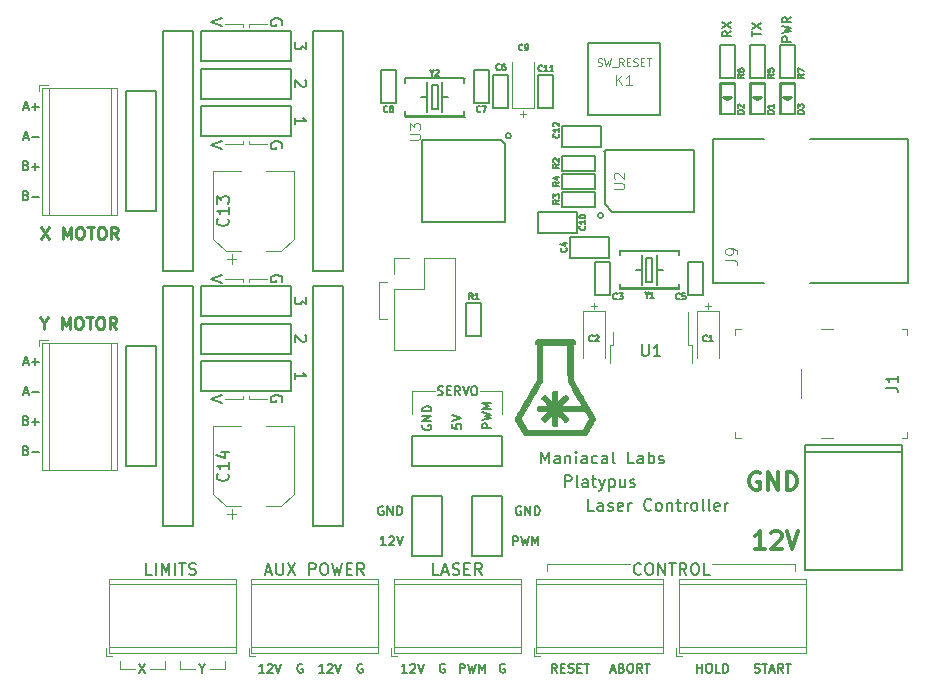
<source format=gbr>
G04 #@! TF.GenerationSoftware,KiCad,Pcbnew,(5.1.2)-2*
G04 #@! TF.CreationDate,2019-08-09T23:12:40-04:00*
G04 #@! TF.ProjectId,Controller,436f6e74-726f-46c6-9c65-722e6b696361,rev?*
G04 #@! TF.SameCoordinates,Original*
G04 #@! TF.FileFunction,Legend,Top*
G04 #@! TF.FilePolarity,Positive*
%FSLAX46Y46*%
G04 Gerber Fmt 4.6, Leading zero omitted, Abs format (unit mm)*
G04 Created by KiCad (PCBNEW (5.1.2)-2) date 2019-08-09 23:12:40*
%MOMM*%
%LPD*%
G04 APERTURE LIST*
%ADD10C,0.150000*%
%ADD11C,0.120000*%
%ADD12C,0.300000*%
%ADD13C,0.254000*%
%ADD14C,0.127000*%
%ADD15C,0.010000*%
%ADD16C,0.066040*%
%ADD17C,0.100000*%
%ADD18C,0.203200*%
%ADD19C,0.152400*%
%ADD20C,0.101600*%
%ADD21C,0.076200*%
%ADD22C,0.050000*%
G04 APERTURE END LIST*
D10*
X193811785Y-70452380D02*
X193335595Y-70452380D01*
X193335595Y-69452380D01*
X194573690Y-70452380D02*
X194573690Y-69928571D01*
X194526071Y-69833333D01*
X194430833Y-69785714D01*
X194240357Y-69785714D01*
X194145119Y-69833333D01*
X194573690Y-70404761D02*
X194478452Y-70452380D01*
X194240357Y-70452380D01*
X194145119Y-70404761D01*
X194097500Y-70309523D01*
X194097500Y-70214285D01*
X194145119Y-70119047D01*
X194240357Y-70071428D01*
X194478452Y-70071428D01*
X194573690Y-70023809D01*
X195002261Y-70404761D02*
X195097500Y-70452380D01*
X195287976Y-70452380D01*
X195383214Y-70404761D01*
X195430833Y-70309523D01*
X195430833Y-70261904D01*
X195383214Y-70166666D01*
X195287976Y-70119047D01*
X195145119Y-70119047D01*
X195049880Y-70071428D01*
X195002261Y-69976190D01*
X195002261Y-69928571D01*
X195049880Y-69833333D01*
X195145119Y-69785714D01*
X195287976Y-69785714D01*
X195383214Y-69833333D01*
X196240357Y-70404761D02*
X196145119Y-70452380D01*
X195954642Y-70452380D01*
X195859404Y-70404761D01*
X195811785Y-70309523D01*
X195811785Y-69928571D01*
X195859404Y-69833333D01*
X195954642Y-69785714D01*
X196145119Y-69785714D01*
X196240357Y-69833333D01*
X196287976Y-69928571D01*
X196287976Y-70023809D01*
X195811785Y-70119047D01*
X196716547Y-70452380D02*
X196716547Y-69785714D01*
X196716547Y-69976190D02*
X196764166Y-69880952D01*
X196811785Y-69833333D01*
X196907023Y-69785714D01*
X197002261Y-69785714D01*
X198668928Y-70357142D02*
X198621309Y-70404761D01*
X198478452Y-70452380D01*
X198383214Y-70452380D01*
X198240357Y-70404761D01*
X198145119Y-70309523D01*
X198097500Y-70214285D01*
X198049880Y-70023809D01*
X198049880Y-69880952D01*
X198097500Y-69690476D01*
X198145119Y-69595238D01*
X198240357Y-69500000D01*
X198383214Y-69452380D01*
X198478452Y-69452380D01*
X198621309Y-69500000D01*
X198668928Y-69547619D01*
X199240357Y-70452380D02*
X199145119Y-70404761D01*
X199097500Y-70357142D01*
X199049880Y-70261904D01*
X199049880Y-69976190D01*
X199097500Y-69880952D01*
X199145119Y-69833333D01*
X199240357Y-69785714D01*
X199383214Y-69785714D01*
X199478452Y-69833333D01*
X199526071Y-69880952D01*
X199573690Y-69976190D01*
X199573690Y-70261904D01*
X199526071Y-70357142D01*
X199478452Y-70404761D01*
X199383214Y-70452380D01*
X199240357Y-70452380D01*
X200002261Y-69785714D02*
X200002261Y-70452380D01*
X200002261Y-69880952D02*
X200049880Y-69833333D01*
X200145119Y-69785714D01*
X200287976Y-69785714D01*
X200383214Y-69833333D01*
X200430833Y-69928571D01*
X200430833Y-70452380D01*
X200764166Y-69785714D02*
X201145119Y-69785714D01*
X200907023Y-69452380D02*
X200907023Y-70309523D01*
X200954642Y-70404761D01*
X201049880Y-70452380D01*
X201145119Y-70452380D01*
X201478452Y-70452380D02*
X201478452Y-69785714D01*
X201478452Y-69976190D02*
X201526071Y-69880952D01*
X201573690Y-69833333D01*
X201668928Y-69785714D01*
X201764166Y-69785714D01*
X202240357Y-70452380D02*
X202145119Y-70404761D01*
X202097500Y-70357142D01*
X202049880Y-70261904D01*
X202049880Y-69976190D01*
X202097500Y-69880952D01*
X202145119Y-69833333D01*
X202240357Y-69785714D01*
X202383214Y-69785714D01*
X202478452Y-69833333D01*
X202526071Y-69880952D01*
X202573690Y-69976190D01*
X202573690Y-70261904D01*
X202526071Y-70357142D01*
X202478452Y-70404761D01*
X202383214Y-70452380D01*
X202240357Y-70452380D01*
X203145119Y-70452380D02*
X203049880Y-70404761D01*
X203002261Y-70309523D01*
X203002261Y-69452380D01*
X203668928Y-70452380D02*
X203573690Y-70404761D01*
X203526071Y-70309523D01*
X203526071Y-69452380D01*
X204430833Y-70404761D02*
X204335595Y-70452380D01*
X204145119Y-70452380D01*
X204049880Y-70404761D01*
X204002261Y-70309523D01*
X204002261Y-69928571D01*
X204049880Y-69833333D01*
X204145119Y-69785714D01*
X204335595Y-69785714D01*
X204430833Y-69833333D01*
X204478452Y-69928571D01*
X204478452Y-70023809D01*
X204002261Y-70119047D01*
X204907023Y-70452380D02*
X204907023Y-69785714D01*
X204907023Y-69976190D02*
X204954642Y-69880952D01*
X205002261Y-69833333D01*
X205097500Y-69785714D01*
X205192738Y-69785714D01*
X191335595Y-68452380D02*
X191335595Y-67452380D01*
X191716547Y-67452380D01*
X191811785Y-67500000D01*
X191859404Y-67547619D01*
X191907023Y-67642857D01*
X191907023Y-67785714D01*
X191859404Y-67880952D01*
X191811785Y-67928571D01*
X191716547Y-67976190D01*
X191335595Y-67976190D01*
X192478452Y-68452380D02*
X192383214Y-68404761D01*
X192335595Y-68309523D01*
X192335595Y-67452380D01*
X193287976Y-68452380D02*
X193287976Y-67928571D01*
X193240357Y-67833333D01*
X193145119Y-67785714D01*
X192954642Y-67785714D01*
X192859404Y-67833333D01*
X193287976Y-68404761D02*
X193192738Y-68452380D01*
X192954642Y-68452380D01*
X192859404Y-68404761D01*
X192811785Y-68309523D01*
X192811785Y-68214285D01*
X192859404Y-68119047D01*
X192954642Y-68071428D01*
X193192738Y-68071428D01*
X193287976Y-68023809D01*
X193621309Y-67785714D02*
X194002261Y-67785714D01*
X193764166Y-67452380D02*
X193764166Y-68309523D01*
X193811785Y-68404761D01*
X193907023Y-68452380D01*
X194002261Y-68452380D01*
X194240357Y-67785714D02*
X194478452Y-68452380D01*
X194716547Y-67785714D02*
X194478452Y-68452380D01*
X194383214Y-68690476D01*
X194335595Y-68738095D01*
X194240357Y-68785714D01*
X195097500Y-67785714D02*
X195097500Y-68785714D01*
X195097500Y-67833333D02*
X195192738Y-67785714D01*
X195383214Y-67785714D01*
X195478452Y-67833333D01*
X195526071Y-67880952D01*
X195573690Y-67976190D01*
X195573690Y-68261904D01*
X195526071Y-68357142D01*
X195478452Y-68404761D01*
X195383214Y-68452380D01*
X195192738Y-68452380D01*
X195097500Y-68404761D01*
X196430833Y-67785714D02*
X196430833Y-68452380D01*
X196002261Y-67785714D02*
X196002261Y-68309523D01*
X196049880Y-68404761D01*
X196145119Y-68452380D01*
X196287976Y-68452380D01*
X196383214Y-68404761D01*
X196430833Y-68357142D01*
X196859404Y-68404761D02*
X196954642Y-68452380D01*
X197145119Y-68452380D01*
X197240357Y-68404761D01*
X197287976Y-68309523D01*
X197287976Y-68261904D01*
X197240357Y-68166666D01*
X197145119Y-68119047D01*
X197002261Y-68119047D01*
X196907023Y-68071428D01*
X196859404Y-67976190D01*
X196859404Y-67928571D01*
X196907023Y-67833333D01*
X197002261Y-67785714D01*
X197145119Y-67785714D01*
X197240357Y-67833333D01*
X189335595Y-66452380D02*
X189335595Y-65452380D01*
X189668928Y-66166666D01*
X190002261Y-65452380D01*
X190002261Y-66452380D01*
X190907023Y-66452380D02*
X190907023Y-65928571D01*
X190859404Y-65833333D01*
X190764166Y-65785714D01*
X190573690Y-65785714D01*
X190478452Y-65833333D01*
X190907023Y-66404761D02*
X190811785Y-66452380D01*
X190573690Y-66452380D01*
X190478452Y-66404761D01*
X190430833Y-66309523D01*
X190430833Y-66214285D01*
X190478452Y-66119047D01*
X190573690Y-66071428D01*
X190811785Y-66071428D01*
X190907023Y-66023809D01*
X191383214Y-65785714D02*
X191383214Y-66452380D01*
X191383214Y-65880952D02*
X191430833Y-65833333D01*
X191526071Y-65785714D01*
X191668928Y-65785714D01*
X191764166Y-65833333D01*
X191811785Y-65928571D01*
X191811785Y-66452380D01*
X192287976Y-66452380D02*
X192287976Y-65785714D01*
X192287976Y-65452380D02*
X192240357Y-65500000D01*
X192287976Y-65547619D01*
X192335595Y-65500000D01*
X192287976Y-65452380D01*
X192287976Y-65547619D01*
X193192738Y-66452380D02*
X193192738Y-65928571D01*
X193145119Y-65833333D01*
X193049880Y-65785714D01*
X192859404Y-65785714D01*
X192764166Y-65833333D01*
X193192738Y-66404761D02*
X193097500Y-66452380D01*
X192859404Y-66452380D01*
X192764166Y-66404761D01*
X192716547Y-66309523D01*
X192716547Y-66214285D01*
X192764166Y-66119047D01*
X192859404Y-66071428D01*
X193097500Y-66071428D01*
X193192738Y-66023809D01*
X194097500Y-66404761D02*
X194002261Y-66452380D01*
X193811785Y-66452380D01*
X193716547Y-66404761D01*
X193668928Y-66357142D01*
X193621309Y-66261904D01*
X193621309Y-65976190D01*
X193668928Y-65880952D01*
X193716547Y-65833333D01*
X193811785Y-65785714D01*
X194002261Y-65785714D01*
X194097500Y-65833333D01*
X194954642Y-66452380D02*
X194954642Y-65928571D01*
X194907023Y-65833333D01*
X194811785Y-65785714D01*
X194621309Y-65785714D01*
X194526071Y-65833333D01*
X194954642Y-66404761D02*
X194859404Y-66452380D01*
X194621309Y-66452380D01*
X194526071Y-66404761D01*
X194478452Y-66309523D01*
X194478452Y-66214285D01*
X194526071Y-66119047D01*
X194621309Y-66071428D01*
X194859404Y-66071428D01*
X194954642Y-66023809D01*
X195573690Y-66452380D02*
X195478452Y-66404761D01*
X195430833Y-66309523D01*
X195430833Y-65452380D01*
X197192738Y-66452380D02*
X196716547Y-66452380D01*
X196716547Y-65452380D01*
X197954642Y-66452380D02*
X197954642Y-65928571D01*
X197907023Y-65833333D01*
X197811785Y-65785714D01*
X197621309Y-65785714D01*
X197526071Y-65833333D01*
X197954642Y-66404761D02*
X197859404Y-66452380D01*
X197621309Y-66452380D01*
X197526071Y-66404761D01*
X197478452Y-66309523D01*
X197478452Y-66214285D01*
X197526071Y-66119047D01*
X197621309Y-66071428D01*
X197859404Y-66071428D01*
X197954642Y-66023809D01*
X198430833Y-66452380D02*
X198430833Y-65452380D01*
X198430833Y-65833333D02*
X198526071Y-65785714D01*
X198716547Y-65785714D01*
X198811785Y-65833333D01*
X198859404Y-65880952D01*
X198907023Y-65976190D01*
X198907023Y-66261904D01*
X198859404Y-66357142D01*
X198811785Y-66404761D01*
X198716547Y-66452380D01*
X198526071Y-66452380D01*
X198430833Y-66404761D01*
X199287976Y-66404761D02*
X199383214Y-66452380D01*
X199573690Y-66452380D01*
X199668928Y-66404761D01*
X199716547Y-66309523D01*
X199716547Y-66261904D01*
X199668928Y-66166666D01*
X199573690Y-66119047D01*
X199430833Y-66119047D01*
X199335595Y-66071428D01*
X199287976Y-65976190D01*
X199287976Y-65928571D01*
X199335595Y-65833333D01*
X199430833Y-65785714D01*
X199573690Y-65785714D01*
X199668928Y-65833333D01*
D11*
X164592000Y-50800000D02*
X166116000Y-50800000D01*
X164592000Y-51054000D02*
X164592000Y-50800000D01*
X162560000Y-50800000D02*
X164084000Y-50800000D01*
X164084000Y-50800000D02*
X164084000Y-51054000D01*
X166116000Y-60960000D02*
X164592000Y-60960000D01*
X164592000Y-60960000D02*
X164592000Y-60706000D01*
X164084000Y-60960000D02*
X162560000Y-60960000D01*
X164084000Y-60706000D02*
X164084000Y-60960000D01*
X164592000Y-39370000D02*
X164592000Y-39116000D01*
X164084000Y-39116000D02*
X164084000Y-39370000D01*
X164084000Y-39370000D02*
X162560000Y-39370000D01*
X166116000Y-39370000D02*
X164592000Y-39370000D01*
X164592000Y-29210000D02*
X166116000Y-29210000D01*
X164592000Y-29464000D02*
X164592000Y-29210000D01*
X164084000Y-29210000D02*
X164084000Y-29464000D01*
X162560000Y-29210000D02*
X164084000Y-29210000D01*
D10*
X167378000Y-29344904D02*
X167425619Y-29249666D01*
X167425619Y-29106809D01*
X167378000Y-28963952D01*
X167282761Y-28868714D01*
X167187523Y-28821095D01*
X166997047Y-28773476D01*
X166854190Y-28773476D01*
X166663714Y-28821095D01*
X166568476Y-28868714D01*
X166473238Y-28963952D01*
X166425619Y-29106809D01*
X166425619Y-29202047D01*
X166473238Y-29344904D01*
X166520857Y-29392523D01*
X166854190Y-29392523D01*
X166854190Y-29202047D01*
X162345619Y-28749666D02*
X161345619Y-29083000D01*
X162345619Y-29416333D01*
X167378000Y-51061904D02*
X167425619Y-50966666D01*
X167425619Y-50823809D01*
X167378000Y-50680952D01*
X167282761Y-50585714D01*
X167187523Y-50538095D01*
X166997047Y-50490476D01*
X166854190Y-50490476D01*
X166663714Y-50538095D01*
X166568476Y-50585714D01*
X166473238Y-50680952D01*
X166425619Y-50823809D01*
X166425619Y-50919047D01*
X166473238Y-51061904D01*
X166520857Y-51109523D01*
X166854190Y-51109523D01*
X166854190Y-50919047D01*
X162345619Y-50466666D02*
X161345619Y-50800000D01*
X162345619Y-51133333D01*
X167378000Y-61221904D02*
X167425619Y-61126666D01*
X167425619Y-60983809D01*
X167378000Y-60840952D01*
X167282761Y-60745714D01*
X167187523Y-60698095D01*
X166997047Y-60650476D01*
X166854190Y-60650476D01*
X166663714Y-60698095D01*
X166568476Y-60745714D01*
X166473238Y-60840952D01*
X166425619Y-60983809D01*
X166425619Y-61079047D01*
X166473238Y-61221904D01*
X166520857Y-61269523D01*
X166854190Y-61269523D01*
X166854190Y-61079047D01*
X162345619Y-60626666D02*
X161345619Y-60960000D01*
X162345619Y-61293333D01*
X167378000Y-39758904D02*
X167425619Y-39663666D01*
X167425619Y-39520809D01*
X167378000Y-39377952D01*
X167282761Y-39282714D01*
X167187523Y-39235095D01*
X166997047Y-39187476D01*
X166854190Y-39187476D01*
X166663714Y-39235095D01*
X166568476Y-39282714D01*
X166473238Y-39377952D01*
X166425619Y-39520809D01*
X166425619Y-39616047D01*
X166473238Y-39758904D01*
X166520857Y-39806523D01*
X166854190Y-39806523D01*
X166854190Y-39616047D01*
X162345619Y-39163666D02*
X161345619Y-39497000D01*
X162345619Y-39830333D01*
X168457619Y-59340714D02*
X168457619Y-58769285D01*
X168457619Y-59055000D02*
X169457619Y-59055000D01*
X169314761Y-58959761D01*
X169219523Y-58864523D01*
X169171904Y-58769285D01*
X169457619Y-52371666D02*
X169457619Y-52990714D01*
X169076666Y-52657380D01*
X169076666Y-52800238D01*
X169029047Y-52895476D01*
X168981428Y-52943095D01*
X168886190Y-52990714D01*
X168648095Y-52990714D01*
X168552857Y-52943095D01*
X168505238Y-52895476D01*
X168457619Y-52800238D01*
X168457619Y-52514523D01*
X168505238Y-52419285D01*
X168552857Y-52371666D01*
X169362380Y-55594285D02*
X169410000Y-55641904D01*
X169457619Y-55737142D01*
X169457619Y-55975238D01*
X169410000Y-56070476D01*
X169362380Y-56118095D01*
X169267142Y-56165714D01*
X169171904Y-56165714D01*
X169029047Y-56118095D01*
X168457619Y-55546666D01*
X168457619Y-56165714D01*
X169457619Y-30781666D02*
X169457619Y-31400714D01*
X169076666Y-31067380D01*
X169076666Y-31210238D01*
X169029047Y-31305476D01*
X168981428Y-31353095D01*
X168886190Y-31400714D01*
X168648095Y-31400714D01*
X168552857Y-31353095D01*
X168505238Y-31305476D01*
X168457619Y-31210238D01*
X168457619Y-30924523D01*
X168505238Y-30829285D01*
X168552857Y-30781666D01*
X169362380Y-34004285D02*
X169410000Y-34051904D01*
X169457619Y-34147142D01*
X169457619Y-34385238D01*
X169410000Y-34480476D01*
X169362380Y-34528095D01*
X169267142Y-34575714D01*
X169171904Y-34575714D01*
X169029047Y-34528095D01*
X168457619Y-33956666D01*
X168457619Y-34575714D01*
X168457619Y-37750714D02*
X168457619Y-37179285D01*
X168457619Y-37465000D02*
X169457619Y-37465000D01*
X169314761Y-37369761D01*
X169219523Y-37274523D01*
X169171904Y-37179285D01*
D12*
X208260000Y-73678571D02*
X207402857Y-73678571D01*
X207831428Y-73678571D02*
X207831428Y-72178571D01*
X207688571Y-72392857D01*
X207545714Y-72535714D01*
X207402857Y-72607142D01*
X208831428Y-72321428D02*
X208902857Y-72250000D01*
X209045714Y-72178571D01*
X209402857Y-72178571D01*
X209545714Y-72250000D01*
X209617142Y-72321428D01*
X209688571Y-72464285D01*
X209688571Y-72607142D01*
X209617142Y-72821428D01*
X208760000Y-73678571D01*
X209688571Y-73678571D01*
X210117142Y-72178571D02*
X210617142Y-73678571D01*
X211117142Y-72178571D01*
X207831428Y-67250000D02*
X207688571Y-67178571D01*
X207474285Y-67178571D01*
X207260000Y-67250000D01*
X207117142Y-67392857D01*
X207045714Y-67535714D01*
X206974285Y-67821428D01*
X206974285Y-68035714D01*
X207045714Y-68321428D01*
X207117142Y-68464285D01*
X207260000Y-68607142D01*
X207474285Y-68678571D01*
X207617142Y-68678571D01*
X207831428Y-68607142D01*
X207902857Y-68535714D01*
X207902857Y-68035714D01*
X207617142Y-68035714D01*
X208545714Y-68678571D02*
X208545714Y-67178571D01*
X209402857Y-68678571D01*
X209402857Y-67178571D01*
X210117142Y-68678571D02*
X210117142Y-67178571D01*
X210474285Y-67178571D01*
X210688571Y-67250000D01*
X210831428Y-67392857D01*
X210902857Y-67535714D01*
X210974285Y-67821428D01*
X210974285Y-68035714D01*
X210902857Y-68321428D01*
X210831428Y-68464285D01*
X210688571Y-68607142D01*
X210474285Y-68678571D01*
X210117142Y-68678571D01*
D13*
X147285528Y-54585809D02*
X147285528Y-55069619D01*
X146946861Y-54053619D02*
X147285528Y-54585809D01*
X147624195Y-54053619D01*
X148736957Y-55069619D02*
X148736957Y-54053619D01*
X149075623Y-54779333D01*
X149414290Y-54053619D01*
X149414290Y-55069619D01*
X150091623Y-54053619D02*
X150285147Y-54053619D01*
X150381909Y-54102000D01*
X150478671Y-54198761D01*
X150527052Y-54392285D01*
X150527052Y-54730952D01*
X150478671Y-54924476D01*
X150381909Y-55021238D01*
X150285147Y-55069619D01*
X150091623Y-55069619D01*
X149994861Y-55021238D01*
X149898100Y-54924476D01*
X149849719Y-54730952D01*
X149849719Y-54392285D01*
X149898100Y-54198761D01*
X149994861Y-54102000D01*
X150091623Y-54053619D01*
X150817338Y-54053619D02*
X151397909Y-54053619D01*
X151107623Y-55069619D02*
X151107623Y-54053619D01*
X151930100Y-54053619D02*
X152123623Y-54053619D01*
X152220385Y-54102000D01*
X152317147Y-54198761D01*
X152365528Y-54392285D01*
X152365528Y-54730952D01*
X152317147Y-54924476D01*
X152220385Y-55021238D01*
X152123623Y-55069619D01*
X151930100Y-55069619D01*
X151833338Y-55021238D01*
X151736576Y-54924476D01*
X151688195Y-54730952D01*
X151688195Y-54392285D01*
X151736576Y-54198761D01*
X151833338Y-54102000D01*
X151930100Y-54053619D01*
X153381528Y-55069619D02*
X153042861Y-54585809D01*
X152800957Y-55069619D02*
X152800957Y-54053619D01*
X153188004Y-54053619D01*
X153284766Y-54102000D01*
X153333147Y-54150380D01*
X153381528Y-54247142D01*
X153381528Y-54392285D01*
X153333147Y-54489047D01*
X153284766Y-54537428D01*
X153188004Y-54585809D01*
X152800957Y-54585809D01*
X146995242Y-46433619D02*
X147672576Y-47449619D01*
X147672576Y-46433619D02*
X146995242Y-47449619D01*
X148833719Y-47449619D02*
X148833719Y-46433619D01*
X149172385Y-47159333D01*
X149511052Y-46433619D01*
X149511052Y-47449619D01*
X150188385Y-46433619D02*
X150381909Y-46433619D01*
X150478671Y-46482000D01*
X150575433Y-46578761D01*
X150623814Y-46772285D01*
X150623814Y-47110952D01*
X150575433Y-47304476D01*
X150478671Y-47401238D01*
X150381909Y-47449619D01*
X150188385Y-47449619D01*
X150091623Y-47401238D01*
X149994861Y-47304476D01*
X149946480Y-47110952D01*
X149946480Y-46772285D01*
X149994861Y-46578761D01*
X150091623Y-46482000D01*
X150188385Y-46433619D01*
X150914100Y-46433619D02*
X151494671Y-46433619D01*
X151204385Y-47449619D02*
X151204385Y-46433619D01*
X152026861Y-46433619D02*
X152220385Y-46433619D01*
X152317147Y-46482000D01*
X152413909Y-46578761D01*
X152462290Y-46772285D01*
X152462290Y-47110952D01*
X152413909Y-47304476D01*
X152317147Y-47401238D01*
X152220385Y-47449619D01*
X152026861Y-47449619D01*
X151930100Y-47401238D01*
X151833338Y-47304476D01*
X151784957Y-47110952D01*
X151784957Y-46772285D01*
X151833338Y-46578761D01*
X151930100Y-46482000D01*
X152026861Y-46433619D01*
X153478290Y-47449619D02*
X153139623Y-46965809D01*
X152897719Y-47449619D02*
X152897719Y-46433619D01*
X153284766Y-46433619D01*
X153381528Y-46482000D01*
X153429909Y-46530380D01*
X153478290Y-46627142D01*
X153478290Y-46772285D01*
X153429909Y-46869047D01*
X153381528Y-46917428D01*
X153284766Y-46965809D01*
X152897719Y-46965809D01*
D14*
X145532021Y-60452000D02*
X145894878Y-60452000D01*
X145459450Y-60669714D02*
X145713450Y-59907714D01*
X145967450Y-60669714D01*
X146221450Y-60379428D02*
X146802021Y-60379428D01*
X145532021Y-57912000D02*
X145894878Y-57912000D01*
X145459450Y-58129714D02*
X145713450Y-57367714D01*
X145967450Y-58129714D01*
X146221450Y-57839428D02*
X146802021Y-57839428D01*
X146511735Y-58129714D02*
X146511735Y-57549142D01*
X145713450Y-65350571D02*
X145822307Y-65386857D01*
X145858592Y-65423142D01*
X145894878Y-65495714D01*
X145894878Y-65604571D01*
X145858592Y-65677142D01*
X145822307Y-65713428D01*
X145749735Y-65749714D01*
X145459450Y-65749714D01*
X145459450Y-64987714D01*
X145713450Y-64987714D01*
X145786021Y-65024000D01*
X145822307Y-65060285D01*
X145858592Y-65132857D01*
X145858592Y-65205428D01*
X145822307Y-65278000D01*
X145786021Y-65314285D01*
X145713450Y-65350571D01*
X145459450Y-65350571D01*
X146221450Y-65459428D02*
X146802021Y-65459428D01*
X145713450Y-62810571D02*
X145822307Y-62846857D01*
X145858592Y-62883142D01*
X145894878Y-62955714D01*
X145894878Y-63064571D01*
X145858592Y-63137142D01*
X145822307Y-63173428D01*
X145749735Y-63209714D01*
X145459450Y-63209714D01*
X145459450Y-62447714D01*
X145713450Y-62447714D01*
X145786021Y-62484000D01*
X145822307Y-62520285D01*
X145858592Y-62592857D01*
X145858592Y-62665428D01*
X145822307Y-62738000D01*
X145786021Y-62774285D01*
X145713450Y-62810571D01*
X145459450Y-62810571D01*
X146221450Y-62919428D02*
X146802021Y-62919428D01*
X146511735Y-63209714D02*
X146511735Y-62629142D01*
X145713450Y-43760571D02*
X145822307Y-43796857D01*
X145858592Y-43833142D01*
X145894878Y-43905714D01*
X145894878Y-44014571D01*
X145858592Y-44087142D01*
X145822307Y-44123428D01*
X145749735Y-44159714D01*
X145459450Y-44159714D01*
X145459450Y-43397714D01*
X145713450Y-43397714D01*
X145786021Y-43434000D01*
X145822307Y-43470285D01*
X145858592Y-43542857D01*
X145858592Y-43615428D01*
X145822307Y-43688000D01*
X145786021Y-43724285D01*
X145713450Y-43760571D01*
X145459450Y-43760571D01*
X146221450Y-43869428D02*
X146802021Y-43869428D01*
X145713450Y-41220571D02*
X145822307Y-41256857D01*
X145858592Y-41293142D01*
X145894878Y-41365714D01*
X145894878Y-41474571D01*
X145858592Y-41547142D01*
X145822307Y-41583428D01*
X145749735Y-41619714D01*
X145459450Y-41619714D01*
X145459450Y-40857714D01*
X145713450Y-40857714D01*
X145786021Y-40894000D01*
X145822307Y-40930285D01*
X145858592Y-41002857D01*
X145858592Y-41075428D01*
X145822307Y-41148000D01*
X145786021Y-41184285D01*
X145713450Y-41220571D01*
X145459450Y-41220571D01*
X146221450Y-41329428D02*
X146802021Y-41329428D01*
X146511735Y-41619714D02*
X146511735Y-41039142D01*
X145532021Y-38862000D02*
X145894878Y-38862000D01*
X145459450Y-39079714D02*
X145713450Y-38317714D01*
X145967450Y-39079714D01*
X146221450Y-38789428D02*
X146802021Y-38789428D01*
X145532021Y-36322000D02*
X145894878Y-36322000D01*
X145459450Y-36539714D02*
X145713450Y-35777714D01*
X145967450Y-36539714D01*
X146221450Y-36249428D02*
X146802021Y-36249428D01*
X146511735Y-36539714D02*
X146511735Y-35959142D01*
D11*
X178435000Y-60325000D02*
X178435000Y-62230000D01*
X180340000Y-60325000D02*
X178435000Y-60325000D01*
X186055000Y-60325000D02*
X186055000Y-62230000D01*
X184150000Y-60325000D02*
X186055000Y-60325000D01*
D10*
X180575857Y-60633428D02*
X180684714Y-60669714D01*
X180866142Y-60669714D01*
X180938714Y-60633428D01*
X180975000Y-60597142D01*
X181011285Y-60524571D01*
X181011285Y-60452000D01*
X180975000Y-60379428D01*
X180938714Y-60343142D01*
X180866142Y-60306857D01*
X180721000Y-60270571D01*
X180648428Y-60234285D01*
X180612142Y-60198000D01*
X180575857Y-60125428D01*
X180575857Y-60052857D01*
X180612142Y-59980285D01*
X180648428Y-59944000D01*
X180721000Y-59907714D01*
X180902428Y-59907714D01*
X181011285Y-59944000D01*
X181337857Y-60270571D02*
X181591857Y-60270571D01*
X181700714Y-60669714D02*
X181337857Y-60669714D01*
X181337857Y-59907714D01*
X181700714Y-59907714D01*
X182462714Y-60669714D02*
X182208714Y-60306857D01*
X182027285Y-60669714D02*
X182027285Y-59907714D01*
X182317571Y-59907714D01*
X182390142Y-59944000D01*
X182426428Y-59980285D01*
X182462714Y-60052857D01*
X182462714Y-60161714D01*
X182426428Y-60234285D01*
X182390142Y-60270571D01*
X182317571Y-60306857D01*
X182027285Y-60306857D01*
X182680428Y-59907714D02*
X182934428Y-60669714D01*
X183188428Y-59907714D01*
X183587571Y-59907714D02*
X183732714Y-59907714D01*
X183805285Y-59944000D01*
X183877857Y-60016571D01*
X183914142Y-60161714D01*
X183914142Y-60415714D01*
X183877857Y-60560857D01*
X183805285Y-60633428D01*
X183732714Y-60669714D01*
X183587571Y-60669714D01*
X183515000Y-60633428D01*
X183442428Y-60560857D01*
X183406142Y-60415714D01*
X183406142Y-60161714D01*
X183442428Y-60016571D01*
X183515000Y-59944000D01*
X183587571Y-59907714D01*
X185129714Y-63475071D02*
X184367714Y-63475071D01*
X184367714Y-63184785D01*
X184404000Y-63112214D01*
X184440285Y-63075928D01*
X184512857Y-63039642D01*
X184621714Y-63039642D01*
X184694285Y-63075928D01*
X184730571Y-63112214D01*
X184766857Y-63184785D01*
X184766857Y-63475071D01*
X184367714Y-62785642D02*
X185129714Y-62604214D01*
X184585428Y-62459071D01*
X185129714Y-62313928D01*
X184367714Y-62132500D01*
X185129714Y-61842214D02*
X184367714Y-61842214D01*
X184912000Y-61588214D01*
X184367714Y-61334214D01*
X185129714Y-61334214D01*
X181827714Y-63112214D02*
X181827714Y-63475071D01*
X182190571Y-63511357D01*
X182154285Y-63475071D01*
X182118000Y-63402500D01*
X182118000Y-63221071D01*
X182154285Y-63148500D01*
X182190571Y-63112214D01*
X182263142Y-63075928D01*
X182444571Y-63075928D01*
X182517142Y-63112214D01*
X182553428Y-63148500D01*
X182589714Y-63221071D01*
X182589714Y-63402500D01*
X182553428Y-63475071D01*
X182517142Y-63511357D01*
X181827714Y-62858214D02*
X182589714Y-62604214D01*
X181827714Y-62350214D01*
X179324000Y-63202928D02*
X179287714Y-63275500D01*
X179287714Y-63384357D01*
X179324000Y-63493214D01*
X179396571Y-63565785D01*
X179469142Y-63602071D01*
X179614285Y-63638357D01*
X179723142Y-63638357D01*
X179868285Y-63602071D01*
X179940857Y-63565785D01*
X180013428Y-63493214D01*
X180049714Y-63384357D01*
X180049714Y-63311785D01*
X180013428Y-63202928D01*
X179977142Y-63166642D01*
X179723142Y-63166642D01*
X179723142Y-63311785D01*
X180049714Y-62840071D02*
X179287714Y-62840071D01*
X180049714Y-62404642D01*
X179287714Y-62404642D01*
X180049714Y-62041785D02*
X179287714Y-62041785D01*
X179287714Y-61860357D01*
X179324000Y-61751500D01*
X179396571Y-61678928D01*
X179469142Y-61642642D01*
X179614285Y-61606357D01*
X179723142Y-61606357D01*
X179868285Y-61642642D01*
X179940857Y-61678928D01*
X180013428Y-61751500D01*
X180049714Y-61860357D01*
X180049714Y-62041785D01*
X175960785Y-70104000D02*
X175888214Y-70067714D01*
X175779357Y-70067714D01*
X175670500Y-70104000D01*
X175597928Y-70176571D01*
X175561642Y-70249142D01*
X175525357Y-70394285D01*
X175525357Y-70503142D01*
X175561642Y-70648285D01*
X175597928Y-70720857D01*
X175670500Y-70793428D01*
X175779357Y-70829714D01*
X175851928Y-70829714D01*
X175960785Y-70793428D01*
X175997071Y-70757142D01*
X175997071Y-70503142D01*
X175851928Y-70503142D01*
X176323642Y-70829714D02*
X176323642Y-70067714D01*
X176759071Y-70829714D01*
X176759071Y-70067714D01*
X177121928Y-70829714D02*
X177121928Y-70067714D01*
X177303357Y-70067714D01*
X177412214Y-70104000D01*
X177484785Y-70176571D01*
X177521071Y-70249142D01*
X177557357Y-70394285D01*
X177557357Y-70503142D01*
X177521071Y-70648285D01*
X177484785Y-70720857D01*
X177412214Y-70793428D01*
X177303357Y-70829714D01*
X177121928Y-70829714D01*
X176178500Y-73369714D02*
X175743071Y-73369714D01*
X175960785Y-73369714D02*
X175960785Y-72607714D01*
X175888214Y-72716571D01*
X175815642Y-72789142D01*
X175743071Y-72825428D01*
X176468785Y-72680285D02*
X176505071Y-72644000D01*
X176577642Y-72607714D01*
X176759071Y-72607714D01*
X176831642Y-72644000D01*
X176867928Y-72680285D01*
X176904214Y-72752857D01*
X176904214Y-72825428D01*
X176867928Y-72934285D01*
X176432500Y-73369714D01*
X176904214Y-73369714D01*
X177121928Y-72607714D02*
X177375928Y-73369714D01*
X177629928Y-72607714D01*
X186968928Y-73369714D02*
X186968928Y-72607714D01*
X187259214Y-72607714D01*
X187331785Y-72644000D01*
X187368071Y-72680285D01*
X187404357Y-72752857D01*
X187404357Y-72861714D01*
X187368071Y-72934285D01*
X187331785Y-72970571D01*
X187259214Y-73006857D01*
X186968928Y-73006857D01*
X187658357Y-72607714D02*
X187839785Y-73369714D01*
X187984928Y-72825428D01*
X188130071Y-73369714D01*
X188311500Y-72607714D01*
X188601785Y-73369714D02*
X188601785Y-72607714D01*
X188855785Y-73152000D01*
X189109785Y-72607714D01*
X189109785Y-73369714D01*
X187622071Y-70104000D02*
X187549500Y-70067714D01*
X187440642Y-70067714D01*
X187331785Y-70104000D01*
X187259214Y-70176571D01*
X187222928Y-70249142D01*
X187186642Y-70394285D01*
X187186642Y-70503142D01*
X187222928Y-70648285D01*
X187259214Y-70720857D01*
X187331785Y-70793428D01*
X187440642Y-70829714D01*
X187513214Y-70829714D01*
X187622071Y-70793428D01*
X187658357Y-70757142D01*
X187658357Y-70503142D01*
X187513214Y-70503142D01*
X187984928Y-70829714D02*
X187984928Y-70067714D01*
X188420357Y-70829714D01*
X188420357Y-70067714D01*
X188783214Y-70829714D02*
X188783214Y-70067714D01*
X188964642Y-70067714D01*
X189073500Y-70104000D01*
X189146071Y-70176571D01*
X189182357Y-70249142D01*
X189218642Y-70394285D01*
X189218642Y-70503142D01*
X189182357Y-70648285D01*
X189146071Y-70720857D01*
X189073500Y-70793428D01*
X188964642Y-70829714D01*
X188783214Y-70829714D01*
X186254571Y-83439000D02*
X186182000Y-83402714D01*
X186073142Y-83402714D01*
X185964285Y-83439000D01*
X185891714Y-83511571D01*
X185855428Y-83584142D01*
X185819142Y-83729285D01*
X185819142Y-83838142D01*
X185855428Y-83983285D01*
X185891714Y-84055857D01*
X185964285Y-84128428D01*
X186073142Y-84164714D01*
X186145714Y-84164714D01*
X186254571Y-84128428D01*
X186290857Y-84092142D01*
X186290857Y-83838142D01*
X186145714Y-83838142D01*
X182444571Y-84164714D02*
X182444571Y-83402714D01*
X182734857Y-83402714D01*
X182807428Y-83439000D01*
X182843714Y-83475285D01*
X182880000Y-83547857D01*
X182880000Y-83656714D01*
X182843714Y-83729285D01*
X182807428Y-83765571D01*
X182734857Y-83801857D01*
X182444571Y-83801857D01*
X183134000Y-83402714D02*
X183315428Y-84164714D01*
X183460571Y-83620428D01*
X183605714Y-84164714D01*
X183787142Y-83402714D01*
X184077428Y-84164714D02*
X184077428Y-83402714D01*
X184331428Y-83947000D01*
X184585428Y-83402714D01*
X184585428Y-84164714D01*
X181174571Y-83439000D02*
X181102000Y-83402714D01*
X180993142Y-83402714D01*
X180884285Y-83439000D01*
X180811714Y-83511571D01*
X180775428Y-83584142D01*
X180739142Y-83729285D01*
X180739142Y-83838142D01*
X180775428Y-83983285D01*
X180811714Y-84055857D01*
X180884285Y-84128428D01*
X180993142Y-84164714D01*
X181065714Y-84164714D01*
X181174571Y-84128428D01*
X181210857Y-84092142D01*
X181210857Y-83838142D01*
X181065714Y-83838142D01*
X177963285Y-84164714D02*
X177527857Y-84164714D01*
X177745571Y-84164714D02*
X177745571Y-83402714D01*
X177673000Y-83511571D01*
X177600428Y-83584142D01*
X177527857Y-83620428D01*
X178253571Y-83475285D02*
X178289857Y-83439000D01*
X178362428Y-83402714D01*
X178543857Y-83402714D01*
X178616428Y-83439000D01*
X178652714Y-83475285D01*
X178689000Y-83547857D01*
X178689000Y-83620428D01*
X178652714Y-83729285D01*
X178217285Y-84164714D01*
X178689000Y-84164714D01*
X178906714Y-83402714D02*
X179160714Y-84164714D01*
X179414714Y-83402714D01*
X174189571Y-83439000D02*
X174117000Y-83402714D01*
X174008142Y-83402714D01*
X173899285Y-83439000D01*
X173826714Y-83511571D01*
X173790428Y-83584142D01*
X173754142Y-83729285D01*
X173754142Y-83838142D01*
X173790428Y-83983285D01*
X173826714Y-84055857D01*
X173899285Y-84128428D01*
X174008142Y-84164714D01*
X174080714Y-84164714D01*
X174189571Y-84128428D01*
X174225857Y-84092142D01*
X174225857Y-83838142D01*
X174080714Y-83838142D01*
X169109571Y-83439000D02*
X169037000Y-83402714D01*
X168928142Y-83402714D01*
X168819285Y-83439000D01*
X168746714Y-83511571D01*
X168710428Y-83584142D01*
X168674142Y-83729285D01*
X168674142Y-83838142D01*
X168710428Y-83983285D01*
X168746714Y-84055857D01*
X168819285Y-84128428D01*
X168928142Y-84164714D01*
X169000714Y-84164714D01*
X169109571Y-84128428D01*
X169145857Y-84092142D01*
X169145857Y-83838142D01*
X169000714Y-83838142D01*
X170978285Y-84164714D02*
X170542857Y-84164714D01*
X170760571Y-84164714D02*
X170760571Y-83402714D01*
X170688000Y-83511571D01*
X170615428Y-83584142D01*
X170542857Y-83620428D01*
X171268571Y-83475285D02*
X171304857Y-83439000D01*
X171377428Y-83402714D01*
X171558857Y-83402714D01*
X171631428Y-83439000D01*
X171667714Y-83475285D01*
X171704000Y-83547857D01*
X171704000Y-83620428D01*
X171667714Y-83729285D01*
X171232285Y-84164714D01*
X171704000Y-84164714D01*
X171921714Y-83402714D02*
X172175714Y-84164714D01*
X172429714Y-83402714D01*
X165898285Y-84164714D02*
X165462857Y-84164714D01*
X165680571Y-84164714D02*
X165680571Y-83402714D01*
X165608000Y-83511571D01*
X165535428Y-83584142D01*
X165462857Y-83620428D01*
X166188571Y-83475285D02*
X166224857Y-83439000D01*
X166297428Y-83402714D01*
X166478857Y-83402714D01*
X166551428Y-83439000D01*
X166587714Y-83475285D01*
X166624000Y-83547857D01*
X166624000Y-83620428D01*
X166587714Y-83729285D01*
X166152285Y-84164714D01*
X166624000Y-84164714D01*
X166841714Y-83402714D02*
X167095714Y-84164714D01*
X167349714Y-83402714D01*
X207409142Y-84128428D02*
X207518000Y-84164714D01*
X207699428Y-84164714D01*
X207772000Y-84128428D01*
X207808285Y-84092142D01*
X207844571Y-84019571D01*
X207844571Y-83947000D01*
X207808285Y-83874428D01*
X207772000Y-83838142D01*
X207699428Y-83801857D01*
X207554285Y-83765571D01*
X207481714Y-83729285D01*
X207445428Y-83693000D01*
X207409142Y-83620428D01*
X207409142Y-83547857D01*
X207445428Y-83475285D01*
X207481714Y-83439000D01*
X207554285Y-83402714D01*
X207735714Y-83402714D01*
X207844571Y-83439000D01*
X208062285Y-83402714D02*
X208497714Y-83402714D01*
X208280000Y-84164714D02*
X208280000Y-83402714D01*
X208715428Y-83947000D02*
X209078285Y-83947000D01*
X208642857Y-84164714D02*
X208896857Y-83402714D01*
X209150857Y-84164714D01*
X209840285Y-84164714D02*
X209586285Y-83801857D01*
X209404857Y-84164714D02*
X209404857Y-83402714D01*
X209695142Y-83402714D01*
X209767714Y-83439000D01*
X209804000Y-83475285D01*
X209840285Y-83547857D01*
X209840285Y-83656714D01*
X209804000Y-83729285D01*
X209767714Y-83765571D01*
X209695142Y-83801857D01*
X209404857Y-83801857D01*
X210058000Y-83402714D02*
X210493428Y-83402714D01*
X210275714Y-84164714D02*
X210275714Y-83402714D01*
X202528714Y-84164714D02*
X202528714Y-83402714D01*
X202528714Y-83765571D02*
X202964142Y-83765571D01*
X202964142Y-84164714D02*
X202964142Y-83402714D01*
X203472142Y-83402714D02*
X203617285Y-83402714D01*
X203689857Y-83439000D01*
X203762428Y-83511571D01*
X203798714Y-83656714D01*
X203798714Y-83910714D01*
X203762428Y-84055857D01*
X203689857Y-84128428D01*
X203617285Y-84164714D01*
X203472142Y-84164714D01*
X203399571Y-84128428D01*
X203327000Y-84055857D01*
X203290714Y-83910714D01*
X203290714Y-83656714D01*
X203327000Y-83511571D01*
X203399571Y-83439000D01*
X203472142Y-83402714D01*
X204488142Y-84164714D02*
X204125285Y-84164714D01*
X204125285Y-83402714D01*
X204742142Y-84164714D02*
X204742142Y-83402714D01*
X204923571Y-83402714D01*
X205032428Y-83439000D01*
X205105000Y-83511571D01*
X205141285Y-83584142D01*
X205177571Y-83729285D01*
X205177571Y-83838142D01*
X205141285Y-83983285D01*
X205105000Y-84055857D01*
X205032428Y-84128428D01*
X204923571Y-84164714D01*
X204742142Y-84164714D01*
X195217142Y-83947000D02*
X195580000Y-83947000D01*
X195144571Y-84164714D02*
X195398571Y-83402714D01*
X195652571Y-84164714D01*
X196160571Y-83765571D02*
X196269428Y-83801857D01*
X196305714Y-83838142D01*
X196342000Y-83910714D01*
X196342000Y-84019571D01*
X196305714Y-84092142D01*
X196269428Y-84128428D01*
X196196857Y-84164714D01*
X195906571Y-84164714D01*
X195906571Y-83402714D01*
X196160571Y-83402714D01*
X196233142Y-83439000D01*
X196269428Y-83475285D01*
X196305714Y-83547857D01*
X196305714Y-83620428D01*
X196269428Y-83693000D01*
X196233142Y-83729285D01*
X196160571Y-83765571D01*
X195906571Y-83765571D01*
X196813714Y-83402714D02*
X196958857Y-83402714D01*
X197031428Y-83439000D01*
X197104000Y-83511571D01*
X197140285Y-83656714D01*
X197140285Y-83910714D01*
X197104000Y-84055857D01*
X197031428Y-84128428D01*
X196958857Y-84164714D01*
X196813714Y-84164714D01*
X196741142Y-84128428D01*
X196668571Y-84055857D01*
X196632285Y-83910714D01*
X196632285Y-83656714D01*
X196668571Y-83511571D01*
X196741142Y-83439000D01*
X196813714Y-83402714D01*
X197902285Y-84164714D02*
X197648285Y-83801857D01*
X197466857Y-84164714D02*
X197466857Y-83402714D01*
X197757142Y-83402714D01*
X197829714Y-83439000D01*
X197866000Y-83475285D01*
X197902285Y-83547857D01*
X197902285Y-83656714D01*
X197866000Y-83729285D01*
X197829714Y-83765571D01*
X197757142Y-83801857D01*
X197466857Y-83801857D01*
X198120000Y-83402714D02*
X198555428Y-83402714D01*
X198337714Y-84164714D02*
X198337714Y-83402714D01*
X190663285Y-84164714D02*
X190409285Y-83801857D01*
X190227857Y-84164714D02*
X190227857Y-83402714D01*
X190518142Y-83402714D01*
X190590714Y-83439000D01*
X190627000Y-83475285D01*
X190663285Y-83547857D01*
X190663285Y-83656714D01*
X190627000Y-83729285D01*
X190590714Y-83765571D01*
X190518142Y-83801857D01*
X190227857Y-83801857D01*
X190989857Y-83765571D02*
X191243857Y-83765571D01*
X191352714Y-84164714D02*
X190989857Y-84164714D01*
X190989857Y-83402714D01*
X191352714Y-83402714D01*
X191643000Y-84128428D02*
X191751857Y-84164714D01*
X191933285Y-84164714D01*
X192005857Y-84128428D01*
X192042142Y-84092142D01*
X192078428Y-84019571D01*
X192078428Y-83947000D01*
X192042142Y-83874428D01*
X192005857Y-83838142D01*
X191933285Y-83801857D01*
X191788142Y-83765571D01*
X191715571Y-83729285D01*
X191679285Y-83693000D01*
X191643000Y-83620428D01*
X191643000Y-83547857D01*
X191679285Y-83475285D01*
X191715571Y-83439000D01*
X191788142Y-83402714D01*
X191969571Y-83402714D01*
X192078428Y-83439000D01*
X192405000Y-83765571D02*
X192659000Y-83765571D01*
X192767857Y-84164714D02*
X192405000Y-84164714D01*
X192405000Y-83402714D01*
X192767857Y-83402714D01*
X192985571Y-83402714D02*
X193421000Y-83402714D01*
X193203285Y-84164714D02*
X193203285Y-83402714D01*
D11*
X162560000Y-83820000D02*
X162560000Y-83185000D01*
X161290000Y-83820000D02*
X162560000Y-83820000D01*
X158750000Y-83820000D02*
X158750000Y-83185000D01*
X160020000Y-83820000D02*
X158750000Y-83820000D01*
X153670000Y-83820000D02*
X153670000Y-83185000D01*
X154940000Y-83820000D02*
X153670000Y-83820000D01*
X157480000Y-83820000D02*
X157480000Y-83185000D01*
X156210000Y-83820000D02*
X157480000Y-83820000D01*
D10*
X160655000Y-83801857D02*
X160655000Y-84164714D01*
X160401000Y-83402714D02*
X160655000Y-83801857D01*
X160909000Y-83402714D01*
X155321000Y-83402714D02*
X155829000Y-84164714D01*
X155829000Y-83402714D02*
X155321000Y-84164714D01*
D11*
X210820000Y-74930000D02*
X210820000Y-75565000D01*
X203835000Y-74930000D02*
X210820000Y-74930000D01*
X189865000Y-74930000D02*
X189865000Y-75565000D01*
X196850000Y-74930000D02*
X189865000Y-74930000D01*
D10*
X197782180Y-75795142D02*
X197734561Y-75842761D01*
X197591704Y-75890380D01*
X197496466Y-75890380D01*
X197353609Y-75842761D01*
X197258371Y-75747523D01*
X197210752Y-75652285D01*
X197163133Y-75461809D01*
X197163133Y-75318952D01*
X197210752Y-75128476D01*
X197258371Y-75033238D01*
X197353609Y-74938000D01*
X197496466Y-74890380D01*
X197591704Y-74890380D01*
X197734561Y-74938000D01*
X197782180Y-74985619D01*
X198401228Y-74890380D02*
X198591704Y-74890380D01*
X198686942Y-74938000D01*
X198782180Y-75033238D01*
X198829800Y-75223714D01*
X198829800Y-75557047D01*
X198782180Y-75747523D01*
X198686942Y-75842761D01*
X198591704Y-75890380D01*
X198401228Y-75890380D01*
X198305990Y-75842761D01*
X198210752Y-75747523D01*
X198163133Y-75557047D01*
X198163133Y-75223714D01*
X198210752Y-75033238D01*
X198305990Y-74938000D01*
X198401228Y-74890380D01*
X199258371Y-75890380D02*
X199258371Y-74890380D01*
X199829800Y-75890380D01*
X199829800Y-74890380D01*
X200163133Y-74890380D02*
X200734561Y-74890380D01*
X200448847Y-75890380D02*
X200448847Y-74890380D01*
X201639323Y-75890380D02*
X201305990Y-75414190D01*
X201067895Y-75890380D02*
X201067895Y-74890380D01*
X201448847Y-74890380D01*
X201544085Y-74938000D01*
X201591704Y-74985619D01*
X201639323Y-75080857D01*
X201639323Y-75223714D01*
X201591704Y-75318952D01*
X201544085Y-75366571D01*
X201448847Y-75414190D01*
X201067895Y-75414190D01*
X202258371Y-74890380D02*
X202448847Y-74890380D01*
X202544085Y-74938000D01*
X202639323Y-75033238D01*
X202686942Y-75223714D01*
X202686942Y-75557047D01*
X202639323Y-75747523D01*
X202544085Y-75842761D01*
X202448847Y-75890380D01*
X202258371Y-75890380D01*
X202163133Y-75842761D01*
X202067895Y-75747523D01*
X202020276Y-75557047D01*
X202020276Y-75223714D01*
X202067895Y-75033238D01*
X202163133Y-74938000D01*
X202258371Y-74890380D01*
X203591704Y-75890380D02*
X203115514Y-75890380D01*
X203115514Y-74890380D01*
X180697380Y-75890380D02*
X180221190Y-75890380D01*
X180221190Y-74890380D01*
X180983095Y-75604666D02*
X181459285Y-75604666D01*
X180887857Y-75890380D02*
X181221190Y-74890380D01*
X181554523Y-75890380D01*
X181840238Y-75842761D02*
X181983095Y-75890380D01*
X182221190Y-75890380D01*
X182316428Y-75842761D01*
X182364047Y-75795142D01*
X182411666Y-75699904D01*
X182411666Y-75604666D01*
X182364047Y-75509428D01*
X182316428Y-75461809D01*
X182221190Y-75414190D01*
X182030714Y-75366571D01*
X181935476Y-75318952D01*
X181887857Y-75271333D01*
X181840238Y-75176095D01*
X181840238Y-75080857D01*
X181887857Y-74985619D01*
X181935476Y-74938000D01*
X182030714Y-74890380D01*
X182268809Y-74890380D01*
X182411666Y-74938000D01*
X182840238Y-75366571D02*
X183173571Y-75366571D01*
X183316428Y-75890380D02*
X182840238Y-75890380D01*
X182840238Y-74890380D01*
X183316428Y-74890380D01*
X184316428Y-75890380D02*
X183983095Y-75414190D01*
X183745000Y-75890380D02*
X183745000Y-74890380D01*
X184125952Y-74890380D01*
X184221190Y-74938000D01*
X184268809Y-74985619D01*
X184316428Y-75080857D01*
X184316428Y-75223714D01*
X184268809Y-75318952D01*
X184221190Y-75366571D01*
X184125952Y-75414190D01*
X183745000Y-75414190D01*
X166013333Y-75604666D02*
X166489523Y-75604666D01*
X165918095Y-75890380D02*
X166251428Y-74890380D01*
X166584761Y-75890380D01*
X166918095Y-74890380D02*
X166918095Y-75699904D01*
X166965714Y-75795142D01*
X167013333Y-75842761D01*
X167108571Y-75890380D01*
X167299047Y-75890380D01*
X167394285Y-75842761D01*
X167441904Y-75795142D01*
X167489523Y-75699904D01*
X167489523Y-74890380D01*
X167870476Y-74890380D02*
X168537142Y-75890380D01*
X168537142Y-74890380D02*
X167870476Y-75890380D01*
X169680000Y-75890380D02*
X169680000Y-74890380D01*
X170060952Y-74890380D01*
X170156190Y-74938000D01*
X170203809Y-74985619D01*
X170251428Y-75080857D01*
X170251428Y-75223714D01*
X170203809Y-75318952D01*
X170156190Y-75366571D01*
X170060952Y-75414190D01*
X169680000Y-75414190D01*
X170870476Y-74890380D02*
X171060952Y-74890380D01*
X171156190Y-74938000D01*
X171251428Y-75033238D01*
X171299047Y-75223714D01*
X171299047Y-75557047D01*
X171251428Y-75747523D01*
X171156190Y-75842761D01*
X171060952Y-75890380D01*
X170870476Y-75890380D01*
X170775238Y-75842761D01*
X170680000Y-75747523D01*
X170632380Y-75557047D01*
X170632380Y-75223714D01*
X170680000Y-75033238D01*
X170775238Y-74938000D01*
X170870476Y-74890380D01*
X171632380Y-74890380D02*
X171870476Y-75890380D01*
X172060952Y-75176095D01*
X172251428Y-75890380D01*
X172489523Y-74890380D01*
X172870476Y-75366571D02*
X173203809Y-75366571D01*
X173346666Y-75890380D02*
X172870476Y-75890380D01*
X172870476Y-74890380D01*
X173346666Y-74890380D01*
X174346666Y-75890380D02*
X174013333Y-75414190D01*
X173775238Y-75890380D02*
X173775238Y-74890380D01*
X174156190Y-74890380D01*
X174251428Y-74938000D01*
X174299047Y-74985619D01*
X174346666Y-75080857D01*
X174346666Y-75223714D01*
X174299047Y-75318952D01*
X174251428Y-75366571D01*
X174156190Y-75414190D01*
X173775238Y-75414190D01*
X156392761Y-75890380D02*
X155916571Y-75890380D01*
X155916571Y-74890380D01*
X156726095Y-75890380D02*
X156726095Y-74890380D01*
X157202285Y-75890380D02*
X157202285Y-74890380D01*
X157535619Y-75604666D01*
X157868952Y-74890380D01*
X157868952Y-75890380D01*
X158345142Y-75890380D02*
X158345142Y-74890380D01*
X158678476Y-74890380D02*
X159249904Y-74890380D01*
X158964190Y-75890380D02*
X158964190Y-74890380D01*
X159535619Y-75842761D02*
X159678476Y-75890380D01*
X159916571Y-75890380D01*
X160011809Y-75842761D01*
X160059428Y-75795142D01*
X160107047Y-75699904D01*
X160107047Y-75604666D01*
X160059428Y-75509428D01*
X160011809Y-75461809D01*
X159916571Y-75414190D01*
X159726095Y-75366571D01*
X159630857Y-75318952D01*
X159583238Y-75271333D01*
X159535619Y-75176095D01*
X159535619Y-75080857D01*
X159583238Y-74985619D01*
X159630857Y-74938000D01*
X159726095Y-74890380D01*
X159964190Y-74890380D01*
X160107047Y-74938000D01*
D11*
X175641000Y-54229000D02*
X176276000Y-54229000D01*
X175641000Y-51054000D02*
X175641000Y-54229000D01*
X176276000Y-51054000D02*
X175641000Y-51054000D01*
X188087000Y-36830000D02*
X187579000Y-36830000D01*
X187833000Y-36576000D02*
X187833000Y-37084000D01*
D10*
X205449714Y-29845000D02*
X205086857Y-30099000D01*
X205449714Y-30280428D02*
X204687714Y-30280428D01*
X204687714Y-29990142D01*
X204724000Y-29917571D01*
X204760285Y-29881285D01*
X204832857Y-29845000D01*
X204941714Y-29845000D01*
X205014285Y-29881285D01*
X205050571Y-29917571D01*
X205086857Y-29990142D01*
X205086857Y-30280428D01*
X204687714Y-29591000D02*
X205449714Y-29083000D01*
X204687714Y-29083000D02*
X205449714Y-29591000D01*
X207227714Y-30298571D02*
X207227714Y-29863142D01*
X207989714Y-30080857D02*
X207227714Y-30080857D01*
X207227714Y-29681714D02*
X207989714Y-29173714D01*
X207227714Y-29173714D02*
X207989714Y-29681714D01*
X210529714Y-30734000D02*
X209767714Y-30734000D01*
X209767714Y-30443714D01*
X209804000Y-30371142D01*
X209840285Y-30334857D01*
X209912857Y-30298571D01*
X210021714Y-30298571D01*
X210094285Y-30334857D01*
X210130571Y-30371142D01*
X210166857Y-30443714D01*
X210166857Y-30734000D01*
X209767714Y-30044571D02*
X210529714Y-29863142D01*
X209985428Y-29718000D01*
X210529714Y-29572857D01*
X209767714Y-29391428D01*
X210529714Y-28665714D02*
X210166857Y-28919714D01*
X210529714Y-29101142D02*
X209767714Y-29101142D01*
X209767714Y-28810857D01*
X209804000Y-28738285D01*
X209840285Y-28702000D01*
X209912857Y-28665714D01*
X210021714Y-28665714D01*
X210094285Y-28702000D01*
X210130571Y-28738285D01*
X210166857Y-28810857D01*
X210166857Y-29101142D01*
D11*
X203200000Y-53086000D02*
X203708000Y-53086000D01*
X203454000Y-52832000D02*
X203454000Y-53340000D01*
X194056000Y-53086000D02*
X193548000Y-53086000D01*
X193802000Y-52832000D02*
X193802000Y-53340000D01*
D15*
G36*
X190780132Y-55935141D02*
G01*
X190969330Y-55935704D01*
X191151803Y-55936553D01*
X191324802Y-55937693D01*
X191485580Y-55939121D01*
X191631388Y-55940837D01*
X191759478Y-55942843D01*
X191867101Y-55945137D01*
X191951511Y-55947719D01*
X192009958Y-55950591D01*
X192039694Y-55953751D01*
X192041045Y-55954101D01*
X192114650Y-55989801D01*
X192168272Y-56042954D01*
X192201256Y-56107582D01*
X192212948Y-56177706D01*
X192202692Y-56247346D01*
X192169833Y-56310525D01*
X192113717Y-56361264D01*
X192087218Y-56375553D01*
X192024819Y-56404312D01*
X192024409Y-57886141D01*
X192024000Y-59367969D01*
X192451194Y-60108641D01*
X192541737Y-60265615D01*
X192644897Y-60444444D01*
X192757416Y-60639483D01*
X192876038Y-60845090D01*
X192997507Y-61055620D01*
X193118568Y-61265429D01*
X193235963Y-61468874D01*
X193346437Y-61660312D01*
X193395756Y-61745770D01*
X193484967Y-61900722D01*
X193569309Y-62047946D01*
X193647458Y-62185082D01*
X193718089Y-62309771D01*
X193779877Y-62419652D01*
X193831497Y-62512365D01*
X193871624Y-62585552D01*
X193898934Y-62636852D01*
X193912102Y-62663905D01*
X193913125Y-62667254D01*
X193905259Y-62687854D01*
X193882954Y-62732330D01*
X193848145Y-62797359D01*
X193802767Y-62879615D01*
X193748756Y-62975774D01*
X193688047Y-63082511D01*
X193622577Y-63196503D01*
X193554279Y-63314423D01*
X193485091Y-63432948D01*
X193416948Y-63548754D01*
X193351784Y-63658515D01*
X193291537Y-63758906D01*
X193238141Y-63846605D01*
X193193532Y-63918285D01*
X193159645Y-63970622D01*
X193138416Y-64000292D01*
X193134599Y-64004468D01*
X193087124Y-64048125D01*
X187912875Y-64048125D01*
X187865400Y-64004468D01*
X187848606Y-63982746D01*
X187818539Y-63937288D01*
X187777134Y-63871420D01*
X187726325Y-63788466D01*
X187668050Y-63691753D01*
X187604242Y-63584605D01*
X187536838Y-63470346D01*
X187467772Y-63352303D01*
X187398981Y-63233800D01*
X187332400Y-63118163D01*
X187269963Y-63008717D01*
X187213608Y-62908786D01*
X187165267Y-62821695D01*
X187126879Y-62750771D01*
X187100377Y-62699338D01*
X187087697Y-62670720D01*
X187086874Y-62666933D01*
X187093139Y-62651738D01*
X187591817Y-62651738D01*
X187866508Y-63127681D01*
X188141198Y-63603625D01*
X192858654Y-63603625D01*
X193133694Y-63126873D01*
X193408735Y-62650121D01*
X193300627Y-62464091D01*
X193252108Y-62380084D01*
X193201391Y-62291405D01*
X193154699Y-62208982D01*
X193120228Y-62147315D01*
X193047937Y-62016567D01*
X191032125Y-62016125D01*
X191327748Y-62313781D01*
X191407725Y-62394852D01*
X191480741Y-62469905D01*
X191543638Y-62535609D01*
X191593257Y-62588634D01*
X191626440Y-62625650D01*
X191639732Y-62642697D01*
X191647043Y-62680230D01*
X191634704Y-62715316D01*
X191609692Y-62751070D01*
X191569306Y-62795828D01*
X191520048Y-62843770D01*
X191468420Y-62889074D01*
X191420926Y-62925919D01*
X191384067Y-62948484D01*
X191369480Y-62952750D01*
X191347132Y-62942200D01*
X191305787Y-62910232D01*
X191244908Y-62856363D01*
X191163960Y-62780114D01*
X191062408Y-62681002D01*
X191020810Y-62639741D01*
X190706375Y-62326732D01*
X190706375Y-62761522D01*
X190706186Y-62892308D01*
X190705480Y-62995011D01*
X190704051Y-63073296D01*
X190701691Y-63130830D01*
X190698191Y-63171276D01*
X190693345Y-63198301D01*
X190686944Y-63215570D01*
X190680102Y-63225343D01*
X190663266Y-63238829D01*
X190637807Y-63247459D01*
X190597181Y-63252237D01*
X190534844Y-63254165D01*
X190490754Y-63254375D01*
X190417007Y-63253988D01*
X190368052Y-63251820D01*
X190336932Y-63246360D01*
X190316690Y-63236094D01*
X190300370Y-63219512D01*
X190294053Y-63211627D01*
X190283921Y-63197620D01*
X190276117Y-63181895D01*
X190270392Y-63160501D01*
X190266497Y-63129484D01*
X190264185Y-63084892D01*
X190263207Y-63022771D01*
X190263314Y-62939170D01*
X190264259Y-62830136D01*
X190265120Y-62751238D01*
X190266336Y-62639830D01*
X190267363Y-62539621D01*
X190268164Y-62454754D01*
X190268700Y-62389372D01*
X190268937Y-62347619D01*
X190268846Y-62333611D01*
X190257874Y-62344389D01*
X190227423Y-62374776D01*
X190180394Y-62421863D01*
X190119693Y-62482739D01*
X190048221Y-62554496D01*
X189968882Y-62634225D01*
X189967221Y-62635894D01*
X189885795Y-62716741D01*
X189809946Y-62790133D01*
X189743010Y-62852994D01*
X189688322Y-62902247D01*
X189649218Y-62934816D01*
X189629337Y-62947556D01*
X189608907Y-62948152D01*
X189584469Y-62937567D01*
X189551225Y-62912398D01*
X189504375Y-62869244D01*
X189466618Y-62832190D01*
X189404367Y-62767657D01*
X189364516Y-62719575D01*
X189344581Y-62684681D01*
X189341125Y-62667521D01*
X189346451Y-62649558D01*
X189363771Y-62622344D01*
X189395090Y-62583608D01*
X189442416Y-62531079D01*
X189507757Y-62462484D01*
X189593120Y-62375551D01*
X189646566Y-62321867D01*
X189952007Y-62016125D01*
X189524557Y-62016125D01*
X189385238Y-62016235D01*
X189274412Y-62015593D01*
X189188828Y-62012739D01*
X189125238Y-62006213D01*
X189080392Y-61994556D01*
X189051040Y-61976308D01*
X189033932Y-61950009D01*
X189025820Y-61914200D01*
X189023454Y-61867420D01*
X189023583Y-61808211D01*
X189023625Y-61791107D01*
X189023249Y-61729737D01*
X189024298Y-61680980D01*
X189030033Y-61643390D01*
X189043717Y-61615522D01*
X189068611Y-61595933D01*
X189107977Y-61583178D01*
X189165078Y-61575811D01*
X189243176Y-61572388D01*
X189345532Y-61571465D01*
X189475409Y-61571596D01*
X189519196Y-61571625D01*
X189951267Y-61571625D01*
X189638258Y-61257189D01*
X189548898Y-61166371D01*
X189471404Y-61085517D01*
X189408051Y-61017128D01*
X189361114Y-60963706D01*
X189332868Y-60927753D01*
X189325250Y-60912990D01*
X189336746Y-60886392D01*
X189367271Y-60845976D01*
X189410876Y-60797523D01*
X189461613Y-60746817D01*
X189513534Y-60699641D01*
X189560690Y-60661778D01*
X189597134Y-60639010D01*
X189611177Y-60635000D01*
X189630107Y-60641738D01*
X189661067Y-60663065D01*
X189705936Y-60700648D01*
X189766590Y-60756153D01*
X189844908Y-60831247D01*
X189942767Y-60927597D01*
X189959345Y-60944083D01*
X190269812Y-61253166D01*
X190265134Y-60828775D01*
X190263453Y-60690249D01*
X190262794Y-60580203D01*
X190264651Y-60495374D01*
X190270515Y-60432496D01*
X190281879Y-60388302D01*
X190300236Y-60359528D01*
X190327078Y-60342909D01*
X190363897Y-60335179D01*
X190412186Y-60333073D01*
X190473436Y-60333325D01*
X190491546Y-60333375D01*
X190571777Y-60334496D01*
X190626137Y-60338371D01*
X190660445Y-60345763D01*
X190680519Y-60357438D01*
X190681428Y-60358321D01*
X190688921Y-60369469D01*
X190694780Y-60388540D01*
X190699198Y-60419092D01*
X190702365Y-60464686D01*
X190704473Y-60528878D01*
X190705714Y-60615230D01*
X190706279Y-60727298D01*
X190706375Y-60822142D01*
X190706375Y-61261017D01*
X191020810Y-60948008D01*
X191124977Y-60845240D01*
X191209018Y-60764457D01*
X191274393Y-60704357D01*
X191322558Y-60663639D01*
X191354973Y-60641001D01*
X191371435Y-60635000D01*
X191403640Y-60647050D01*
X191451929Y-60681515D01*
X191511031Y-60734218D01*
X191577277Y-60800807D01*
X191620369Y-60852289D01*
X191642644Y-60892492D01*
X191646437Y-60925242D01*
X191639732Y-60945052D01*
X191624448Y-60964412D01*
X191589823Y-61002842D01*
X191539016Y-61057013D01*
X191475186Y-61123594D01*
X191401491Y-61199256D01*
X191327748Y-61273968D01*
X191032125Y-61571625D01*
X192788589Y-61571625D01*
X192757294Y-61520031D01*
X192722471Y-61461823D01*
X192676078Y-61383049D01*
X192619623Y-61286349D01*
X192554614Y-61174365D01*
X192482559Y-61049736D01*
X192404966Y-60915105D01*
X192323344Y-60773113D01*
X192239201Y-60626400D01*
X192154044Y-60477608D01*
X192069382Y-60329378D01*
X191986723Y-60184351D01*
X191907576Y-60045167D01*
X191833448Y-59914468D01*
X191765847Y-59794896D01*
X191706282Y-59689090D01*
X191656260Y-59599693D01*
X191617291Y-59529345D01*
X191590882Y-59480688D01*
X191578540Y-59456361D01*
X191577896Y-59454659D01*
X191575786Y-59431630D01*
X191573779Y-59379011D01*
X191571895Y-59298962D01*
X191570154Y-59193643D01*
X191568575Y-59065212D01*
X191567179Y-58915830D01*
X191565985Y-58747656D01*
X191565013Y-58562850D01*
X191564282Y-58363573D01*
X191563814Y-58151983D01*
X191563627Y-57930240D01*
X191563625Y-57900636D01*
X191563625Y-56396375D01*
X189436989Y-56396375D01*
X189428437Y-59468187D01*
X189084729Y-60063500D01*
X188995018Y-60218868D01*
X188895473Y-60391244D01*
X188790521Y-60572961D01*
X188684590Y-60756356D01*
X188582106Y-60933764D01*
X188487496Y-61097521D01*
X188419940Y-61214437D01*
X188274356Y-61466399D01*
X188142857Y-61694050D01*
X188025664Y-61897010D01*
X187922995Y-62074897D01*
X187835071Y-62227331D01*
X187762110Y-62353931D01*
X187704332Y-62454316D01*
X187661957Y-62528107D01*
X187635205Y-62574921D01*
X187630081Y-62583962D01*
X187591817Y-62651738D01*
X187093139Y-62651738D01*
X187094593Y-62648214D01*
X187116661Y-62605010D01*
X187151444Y-62540273D01*
X187197311Y-62456953D01*
X187252628Y-62357999D01*
X187315763Y-62246362D01*
X187385083Y-62124993D01*
X187429919Y-62047074D01*
X187516007Y-61897890D01*
X187608884Y-61736959D01*
X187704742Y-61570876D01*
X187799776Y-61406236D01*
X187890179Y-61249633D01*
X187972145Y-61107663D01*
X188038823Y-60992187D01*
X188110062Y-60868821D01*
X188193259Y-60724738D01*
X188284500Y-60566716D01*
X188379870Y-60401537D01*
X188475455Y-60235979D01*
X188567341Y-60076823D01*
X188640341Y-59950372D01*
X188976000Y-59368931D01*
X188975590Y-57886622D01*
X188975180Y-56404312D01*
X188912781Y-56375553D01*
X188847983Y-56330866D01*
X188806683Y-56271549D01*
X188788225Y-56203581D01*
X188791955Y-56132941D01*
X188817218Y-56065606D01*
X188863358Y-56007557D01*
X188929721Y-55964771D01*
X188958954Y-55954101D01*
X188985501Y-55950910D01*
X189041048Y-55948009D01*
X189122847Y-55945396D01*
X189228151Y-55943071D01*
X189354211Y-55941035D01*
X189498279Y-55939288D01*
X189657606Y-55937830D01*
X189829446Y-55936660D01*
X190011049Y-55935780D01*
X190199667Y-55935187D01*
X190392552Y-55934883D01*
X190586957Y-55934868D01*
X190780132Y-55935141D01*
X190780132Y-55935141D01*
G37*
X190780132Y-55935141D02*
X190969330Y-55935704D01*
X191151803Y-55936553D01*
X191324802Y-55937693D01*
X191485580Y-55939121D01*
X191631388Y-55940837D01*
X191759478Y-55942843D01*
X191867101Y-55945137D01*
X191951511Y-55947719D01*
X192009958Y-55950591D01*
X192039694Y-55953751D01*
X192041045Y-55954101D01*
X192114650Y-55989801D01*
X192168272Y-56042954D01*
X192201256Y-56107582D01*
X192212948Y-56177706D01*
X192202692Y-56247346D01*
X192169833Y-56310525D01*
X192113717Y-56361264D01*
X192087218Y-56375553D01*
X192024819Y-56404312D01*
X192024409Y-57886141D01*
X192024000Y-59367969D01*
X192451194Y-60108641D01*
X192541737Y-60265615D01*
X192644897Y-60444444D01*
X192757416Y-60639483D01*
X192876038Y-60845090D01*
X192997507Y-61055620D01*
X193118568Y-61265429D01*
X193235963Y-61468874D01*
X193346437Y-61660312D01*
X193395756Y-61745770D01*
X193484967Y-61900722D01*
X193569309Y-62047946D01*
X193647458Y-62185082D01*
X193718089Y-62309771D01*
X193779877Y-62419652D01*
X193831497Y-62512365D01*
X193871624Y-62585552D01*
X193898934Y-62636852D01*
X193912102Y-62663905D01*
X193913125Y-62667254D01*
X193905259Y-62687854D01*
X193882954Y-62732330D01*
X193848145Y-62797359D01*
X193802767Y-62879615D01*
X193748756Y-62975774D01*
X193688047Y-63082511D01*
X193622577Y-63196503D01*
X193554279Y-63314423D01*
X193485091Y-63432948D01*
X193416948Y-63548754D01*
X193351784Y-63658515D01*
X193291537Y-63758906D01*
X193238141Y-63846605D01*
X193193532Y-63918285D01*
X193159645Y-63970622D01*
X193138416Y-64000292D01*
X193134599Y-64004468D01*
X193087124Y-64048125D01*
X187912875Y-64048125D01*
X187865400Y-64004468D01*
X187848606Y-63982746D01*
X187818539Y-63937288D01*
X187777134Y-63871420D01*
X187726325Y-63788466D01*
X187668050Y-63691753D01*
X187604242Y-63584605D01*
X187536838Y-63470346D01*
X187467772Y-63352303D01*
X187398981Y-63233800D01*
X187332400Y-63118163D01*
X187269963Y-63008717D01*
X187213608Y-62908786D01*
X187165267Y-62821695D01*
X187126879Y-62750771D01*
X187100377Y-62699338D01*
X187087697Y-62670720D01*
X187086874Y-62666933D01*
X187093139Y-62651738D01*
X187591817Y-62651738D01*
X187866508Y-63127681D01*
X188141198Y-63603625D01*
X192858654Y-63603625D01*
X193133694Y-63126873D01*
X193408735Y-62650121D01*
X193300627Y-62464091D01*
X193252108Y-62380084D01*
X193201391Y-62291405D01*
X193154699Y-62208982D01*
X193120228Y-62147315D01*
X193047937Y-62016567D01*
X191032125Y-62016125D01*
X191327748Y-62313781D01*
X191407725Y-62394852D01*
X191480741Y-62469905D01*
X191543638Y-62535609D01*
X191593257Y-62588634D01*
X191626440Y-62625650D01*
X191639732Y-62642697D01*
X191647043Y-62680230D01*
X191634704Y-62715316D01*
X191609692Y-62751070D01*
X191569306Y-62795828D01*
X191520048Y-62843770D01*
X191468420Y-62889074D01*
X191420926Y-62925919D01*
X191384067Y-62948484D01*
X191369480Y-62952750D01*
X191347132Y-62942200D01*
X191305787Y-62910232D01*
X191244908Y-62856363D01*
X191163960Y-62780114D01*
X191062408Y-62681002D01*
X191020810Y-62639741D01*
X190706375Y-62326732D01*
X190706375Y-62761522D01*
X190706186Y-62892308D01*
X190705480Y-62995011D01*
X190704051Y-63073296D01*
X190701691Y-63130830D01*
X190698191Y-63171276D01*
X190693345Y-63198301D01*
X190686944Y-63215570D01*
X190680102Y-63225343D01*
X190663266Y-63238829D01*
X190637807Y-63247459D01*
X190597181Y-63252237D01*
X190534844Y-63254165D01*
X190490754Y-63254375D01*
X190417007Y-63253988D01*
X190368052Y-63251820D01*
X190336932Y-63246360D01*
X190316690Y-63236094D01*
X190300370Y-63219512D01*
X190294053Y-63211627D01*
X190283921Y-63197620D01*
X190276117Y-63181895D01*
X190270392Y-63160501D01*
X190266497Y-63129484D01*
X190264185Y-63084892D01*
X190263207Y-63022771D01*
X190263314Y-62939170D01*
X190264259Y-62830136D01*
X190265120Y-62751238D01*
X190266336Y-62639830D01*
X190267363Y-62539621D01*
X190268164Y-62454754D01*
X190268700Y-62389372D01*
X190268937Y-62347619D01*
X190268846Y-62333611D01*
X190257874Y-62344389D01*
X190227423Y-62374776D01*
X190180394Y-62421863D01*
X190119693Y-62482739D01*
X190048221Y-62554496D01*
X189968882Y-62634225D01*
X189967221Y-62635894D01*
X189885795Y-62716741D01*
X189809946Y-62790133D01*
X189743010Y-62852994D01*
X189688322Y-62902247D01*
X189649218Y-62934816D01*
X189629337Y-62947556D01*
X189608907Y-62948152D01*
X189584469Y-62937567D01*
X189551225Y-62912398D01*
X189504375Y-62869244D01*
X189466618Y-62832190D01*
X189404367Y-62767657D01*
X189364516Y-62719575D01*
X189344581Y-62684681D01*
X189341125Y-62667521D01*
X189346451Y-62649558D01*
X189363771Y-62622344D01*
X189395090Y-62583608D01*
X189442416Y-62531079D01*
X189507757Y-62462484D01*
X189593120Y-62375551D01*
X189646566Y-62321867D01*
X189952007Y-62016125D01*
X189524557Y-62016125D01*
X189385238Y-62016235D01*
X189274412Y-62015593D01*
X189188828Y-62012739D01*
X189125238Y-62006213D01*
X189080392Y-61994556D01*
X189051040Y-61976308D01*
X189033932Y-61950009D01*
X189025820Y-61914200D01*
X189023454Y-61867420D01*
X189023583Y-61808211D01*
X189023625Y-61791107D01*
X189023249Y-61729737D01*
X189024298Y-61680980D01*
X189030033Y-61643390D01*
X189043717Y-61615522D01*
X189068611Y-61595933D01*
X189107977Y-61583178D01*
X189165078Y-61575811D01*
X189243176Y-61572388D01*
X189345532Y-61571465D01*
X189475409Y-61571596D01*
X189519196Y-61571625D01*
X189951267Y-61571625D01*
X189638258Y-61257189D01*
X189548898Y-61166371D01*
X189471404Y-61085517D01*
X189408051Y-61017128D01*
X189361114Y-60963706D01*
X189332868Y-60927753D01*
X189325250Y-60912990D01*
X189336746Y-60886392D01*
X189367271Y-60845976D01*
X189410876Y-60797523D01*
X189461613Y-60746817D01*
X189513534Y-60699641D01*
X189560690Y-60661778D01*
X189597134Y-60639010D01*
X189611177Y-60635000D01*
X189630107Y-60641738D01*
X189661067Y-60663065D01*
X189705936Y-60700648D01*
X189766590Y-60756153D01*
X189844908Y-60831247D01*
X189942767Y-60927597D01*
X189959345Y-60944083D01*
X190269812Y-61253166D01*
X190265134Y-60828775D01*
X190263453Y-60690249D01*
X190262794Y-60580203D01*
X190264651Y-60495374D01*
X190270515Y-60432496D01*
X190281879Y-60388302D01*
X190300236Y-60359528D01*
X190327078Y-60342909D01*
X190363897Y-60335179D01*
X190412186Y-60333073D01*
X190473436Y-60333325D01*
X190491546Y-60333375D01*
X190571777Y-60334496D01*
X190626137Y-60338371D01*
X190660445Y-60345763D01*
X190680519Y-60357438D01*
X190681428Y-60358321D01*
X190688921Y-60369469D01*
X190694780Y-60388540D01*
X190699198Y-60419092D01*
X190702365Y-60464686D01*
X190704473Y-60528878D01*
X190705714Y-60615230D01*
X190706279Y-60727298D01*
X190706375Y-60822142D01*
X190706375Y-61261017D01*
X191020810Y-60948008D01*
X191124977Y-60845240D01*
X191209018Y-60764457D01*
X191274393Y-60704357D01*
X191322558Y-60663639D01*
X191354973Y-60641001D01*
X191371435Y-60635000D01*
X191403640Y-60647050D01*
X191451929Y-60681515D01*
X191511031Y-60734218D01*
X191577277Y-60800807D01*
X191620369Y-60852289D01*
X191642644Y-60892492D01*
X191646437Y-60925242D01*
X191639732Y-60945052D01*
X191624448Y-60964412D01*
X191589823Y-61002842D01*
X191539016Y-61057013D01*
X191475186Y-61123594D01*
X191401491Y-61199256D01*
X191327748Y-61273968D01*
X191032125Y-61571625D01*
X192788589Y-61571625D01*
X192757294Y-61520031D01*
X192722471Y-61461823D01*
X192676078Y-61383049D01*
X192619623Y-61286349D01*
X192554614Y-61174365D01*
X192482559Y-61049736D01*
X192404966Y-60915105D01*
X192323344Y-60773113D01*
X192239201Y-60626400D01*
X192154044Y-60477608D01*
X192069382Y-60329378D01*
X191986723Y-60184351D01*
X191907576Y-60045167D01*
X191833448Y-59914468D01*
X191765847Y-59794896D01*
X191706282Y-59689090D01*
X191656260Y-59599693D01*
X191617291Y-59529345D01*
X191590882Y-59480688D01*
X191578540Y-59456361D01*
X191577896Y-59454659D01*
X191575786Y-59431630D01*
X191573779Y-59379011D01*
X191571895Y-59298962D01*
X191570154Y-59193643D01*
X191568575Y-59065212D01*
X191567179Y-58915830D01*
X191565985Y-58747656D01*
X191565013Y-58562850D01*
X191564282Y-58363573D01*
X191563814Y-58151983D01*
X191563627Y-57930240D01*
X191563625Y-57900636D01*
X191563625Y-56396375D01*
X189436989Y-56396375D01*
X189428437Y-59468187D01*
X189084729Y-60063500D01*
X188995018Y-60218868D01*
X188895473Y-60391244D01*
X188790521Y-60572961D01*
X188684590Y-60756356D01*
X188582106Y-60933764D01*
X188487496Y-61097521D01*
X188419940Y-61214437D01*
X188274356Y-61466399D01*
X188142857Y-61694050D01*
X188025664Y-61897010D01*
X187922995Y-62074897D01*
X187835071Y-62227331D01*
X187762110Y-62353931D01*
X187704332Y-62454316D01*
X187661957Y-62528107D01*
X187635205Y-62574921D01*
X187630081Y-62583962D01*
X187591817Y-62651738D01*
X187093139Y-62651738D01*
X187094593Y-62648214D01*
X187116661Y-62605010D01*
X187151444Y-62540273D01*
X187197311Y-62456953D01*
X187252628Y-62357999D01*
X187315763Y-62246362D01*
X187385083Y-62124993D01*
X187429919Y-62047074D01*
X187516007Y-61897890D01*
X187608884Y-61736959D01*
X187704742Y-61570876D01*
X187799776Y-61406236D01*
X187890179Y-61249633D01*
X187972145Y-61107663D01*
X188038823Y-60992187D01*
X188110062Y-60868821D01*
X188193259Y-60724738D01*
X188284500Y-60566716D01*
X188379870Y-60401537D01*
X188475455Y-60235979D01*
X188567341Y-60076823D01*
X188640341Y-59950372D01*
X188976000Y-59368931D01*
X188975590Y-57886622D01*
X188975180Y-56404312D01*
X188912781Y-56375553D01*
X188847983Y-56330866D01*
X188806683Y-56271549D01*
X188788225Y-56203581D01*
X188791955Y-56132941D01*
X188817218Y-56065606D01*
X188863358Y-56007557D01*
X188929721Y-55964771D01*
X188958954Y-55954101D01*
X188985501Y-55950910D01*
X189041048Y-55948009D01*
X189122847Y-55945396D01*
X189228151Y-55943071D01*
X189354211Y-55941035D01*
X189498279Y-55939288D01*
X189657606Y-55937830D01*
X189829446Y-55936660D01*
X190011049Y-55935780D01*
X190199667Y-55935187D01*
X190392552Y-55934883D01*
X190586957Y-55934868D01*
X190780132Y-55935141D01*
D14*
X191135000Y-37846000D02*
X194437000Y-37846000D01*
X191135000Y-39624000D02*
X191135000Y-37846000D01*
X194437000Y-39624000D02*
X191135000Y-39624000D01*
X194437000Y-37846000D02*
X194437000Y-39624000D01*
X197866000Y-50038000D02*
X197358000Y-50038000D01*
X199136000Y-50038000D02*
X199644000Y-50038000D01*
X197866000Y-50038000D02*
X197866000Y-48768000D01*
X197866000Y-51308000D02*
X197866000Y-50038000D01*
X199136000Y-50038000D02*
X199136000Y-48768000D01*
X199136000Y-51308000D02*
X199136000Y-50038000D01*
X198247000Y-51054000D02*
X198755000Y-51054000D01*
X198247000Y-49022000D02*
X198247000Y-51054000D01*
X198755000Y-49022000D02*
X198247000Y-49022000D01*
X198755000Y-51054000D02*
X198755000Y-49022000D01*
X196001640Y-51635660D02*
X201000360Y-51635660D01*
X196001640Y-51236880D02*
X196001640Y-51635660D01*
X196001640Y-48440340D02*
X196001640Y-48839120D01*
X201000360Y-48440340D02*
X196001640Y-48440340D01*
X201000360Y-48839120D02*
X201000360Y-48440340D01*
X201000360Y-51635660D02*
X201000360Y-51236880D01*
D16*
X201041000Y-51689000D02*
X195961000Y-51689000D01*
X201041000Y-48387000D02*
X195961000Y-48387000D01*
D11*
X202519000Y-53570000D02*
X202519000Y-57480000D01*
X204389000Y-53570000D02*
X202519000Y-53570000D01*
X204389000Y-57480000D02*
X204389000Y-53570000D01*
X194737000Y-57480000D02*
X194737000Y-53570000D01*
X194737000Y-53570000D02*
X192867000Y-53570000D01*
X192867000Y-53570000D02*
X192867000Y-57480000D01*
D14*
X193929000Y-52197000D02*
X193929000Y-49403000D01*
X193929000Y-49403000D02*
X195199000Y-49403000D01*
X195199000Y-49403000D02*
X195199000Y-52197000D01*
X195199000Y-52197000D02*
X193929000Y-52197000D01*
X191770000Y-49022000D02*
X191770000Y-47244000D01*
X191770000Y-47244000D02*
X195072000Y-47244000D01*
X195072000Y-47244000D02*
X195072000Y-49022000D01*
X195072000Y-49022000D02*
X191770000Y-49022000D01*
X203073000Y-52197000D02*
X201803000Y-52197000D01*
X203073000Y-49403000D02*
X203073000Y-52197000D01*
X201803000Y-49403000D02*
X203073000Y-49403000D01*
X201803000Y-52197000D02*
X201803000Y-49403000D01*
X186563000Y-33528000D02*
X186563000Y-36322000D01*
X186563000Y-36322000D02*
X185293000Y-36322000D01*
X185293000Y-36322000D02*
X185293000Y-33528000D01*
X185293000Y-33528000D02*
X186563000Y-33528000D01*
X183642000Y-35941000D02*
X183642000Y-33147000D01*
X183642000Y-33147000D02*
X184912000Y-33147000D01*
X184912000Y-33147000D02*
X184912000Y-35941000D01*
X184912000Y-35941000D02*
X183642000Y-35941000D01*
X175768000Y-33147000D02*
X177038000Y-33147000D01*
X175768000Y-35941000D02*
X175768000Y-33147000D01*
X177038000Y-35941000D02*
X175768000Y-35941000D01*
X177038000Y-33147000D02*
X177038000Y-35941000D01*
D11*
X186898000Y-32436000D02*
X186898000Y-36346000D01*
X186898000Y-36346000D02*
X188768000Y-36346000D01*
X188768000Y-36346000D02*
X188768000Y-32436000D01*
D14*
X192341500Y-45148500D02*
X192341500Y-46926500D01*
X192341500Y-46926500D02*
X189039500Y-46926500D01*
X189039500Y-46926500D02*
X189039500Y-45148500D01*
X189039500Y-45148500D02*
X192341500Y-45148500D01*
X189103000Y-33528000D02*
X190373000Y-33528000D01*
X189103000Y-36322000D02*
X189103000Y-33528000D01*
X190373000Y-36322000D02*
X189103000Y-36322000D01*
X190373000Y-33528000D02*
X190373000Y-36322000D01*
D11*
X162731750Y-49128750D02*
X163519250Y-49128750D01*
X163125500Y-49522500D02*
X163125500Y-48735000D01*
X167318563Y-48495000D02*
X168383000Y-47430563D01*
X162627437Y-48495000D02*
X161563000Y-47430563D01*
X162627437Y-48495000D02*
X163913000Y-48495000D01*
X167318563Y-48495000D02*
X166033000Y-48495000D01*
X168383000Y-47430563D02*
X168383000Y-41675000D01*
X161563000Y-47430563D02*
X161563000Y-41675000D01*
X161563000Y-41675000D02*
X163913000Y-41675000D01*
X168383000Y-41675000D02*
X166033000Y-41675000D01*
X168383000Y-63265000D02*
X166033000Y-63265000D01*
X161563000Y-63265000D02*
X163913000Y-63265000D01*
X161563000Y-69020563D02*
X161563000Y-63265000D01*
X168383000Y-69020563D02*
X168383000Y-63265000D01*
X167318563Y-70085000D02*
X166033000Y-70085000D01*
X162627437Y-70085000D02*
X163913000Y-70085000D01*
X162627437Y-70085000D02*
X161563000Y-69020563D01*
X167318563Y-70085000D02*
X168383000Y-69020563D01*
X163125500Y-71112500D02*
X163125500Y-70325000D01*
X162731750Y-70718750D02*
X163519250Y-70718750D01*
D14*
X186055000Y-66675000D02*
X178435000Y-66675000D01*
X186055000Y-64135000D02*
X186055000Y-66675000D01*
X178435000Y-64135000D02*
X186055000Y-64135000D01*
X178435000Y-66675000D02*
X178435000Y-64135000D01*
X168148000Y-36195000D02*
X168148000Y-38735000D01*
X168148000Y-38735000D02*
X160528000Y-38735000D01*
X160528000Y-38735000D02*
X160528000Y-36195000D01*
X160528000Y-36195000D02*
X168148000Y-36195000D01*
X168148000Y-33020000D02*
X168148000Y-35560000D01*
X168148000Y-35560000D02*
X160528000Y-35560000D01*
X160528000Y-35560000D02*
X160528000Y-33020000D01*
X160528000Y-33020000D02*
X168148000Y-33020000D01*
X160528000Y-29845000D02*
X168148000Y-29845000D01*
X160528000Y-32385000D02*
X160528000Y-29845000D01*
X168148000Y-32385000D02*
X160528000Y-32385000D01*
X168148000Y-29845000D02*
X168148000Y-32385000D01*
X172593000Y-29845000D02*
X172593000Y-50165000D01*
X170053000Y-29845000D02*
X172593000Y-29845000D01*
X170053000Y-50165000D02*
X170053000Y-29845000D01*
X172593000Y-50165000D02*
X170053000Y-50165000D01*
X159893000Y-29845000D02*
X159893000Y-50165000D01*
X157353000Y-29845000D02*
X159893000Y-29845000D01*
X157353000Y-50165000D02*
X157353000Y-29845000D01*
X159893000Y-50165000D02*
X157353000Y-50165000D01*
X160528000Y-57785000D02*
X168148000Y-57785000D01*
X160528000Y-60325000D02*
X160528000Y-57785000D01*
X168148000Y-60325000D02*
X160528000Y-60325000D01*
X168148000Y-57785000D02*
X168148000Y-60325000D01*
X160528000Y-54610000D02*
X168148000Y-54610000D01*
X160528000Y-57150000D02*
X160528000Y-54610000D01*
X168148000Y-57150000D02*
X160528000Y-57150000D01*
X168148000Y-54610000D02*
X168148000Y-57150000D01*
X168148000Y-51435000D02*
X168148000Y-53975000D01*
X168148000Y-53975000D02*
X160528000Y-53975000D01*
X160528000Y-53975000D02*
X160528000Y-51435000D01*
X160528000Y-51435000D02*
X168148000Y-51435000D01*
X172593000Y-71755000D02*
X170053000Y-71755000D01*
X170053000Y-71755000D02*
X170053000Y-51435000D01*
X170053000Y-51435000D02*
X172593000Y-51435000D01*
X172593000Y-51435000D02*
X172593000Y-71755000D01*
X159893000Y-71755000D02*
X157353000Y-71755000D01*
X157353000Y-71755000D02*
X157353000Y-51435000D01*
X157353000Y-51435000D02*
X159893000Y-51435000D01*
X159893000Y-51435000D02*
X159893000Y-71755000D01*
D16*
X207073500Y-34290000D02*
X207073500Y-36830000D01*
X207073500Y-36830000D02*
X208216500Y-36830000D01*
X208216500Y-34290000D02*
X208216500Y-36830000D01*
X207073500Y-34290000D02*
X208216500Y-34290000D01*
D14*
X208280000Y-34226500D02*
X208280000Y-36893500D01*
X208280000Y-36893500D02*
X207010000Y-36893500D01*
X207010000Y-36893500D02*
X207010000Y-34226500D01*
X207010000Y-34226500D02*
X208280000Y-34226500D01*
X208026000Y-35433000D02*
X207264000Y-35433000D01*
X207264000Y-35433000D02*
X207454500Y-35560000D01*
X207454500Y-35560000D02*
X207645000Y-35687000D01*
X207645000Y-35687000D02*
X207835500Y-35560000D01*
X207835500Y-35560000D02*
X208026000Y-35433000D01*
X207899000Y-35496500D02*
X207391000Y-35496500D01*
X207835500Y-35560000D02*
X207454500Y-35560000D01*
X205295500Y-35560000D02*
X204914500Y-35560000D01*
X205359000Y-35496500D02*
X204851000Y-35496500D01*
X205295500Y-35560000D02*
X205486000Y-35433000D01*
X205105000Y-35687000D02*
X205295500Y-35560000D01*
X204914500Y-35560000D02*
X205105000Y-35687000D01*
X204724000Y-35433000D02*
X204914500Y-35560000D01*
X205486000Y-35433000D02*
X204724000Y-35433000D01*
X204470000Y-34226500D02*
X205740000Y-34226500D01*
X204470000Y-36893500D02*
X204470000Y-34226500D01*
X205740000Y-36893500D02*
X204470000Y-36893500D01*
X205740000Y-34226500D02*
X205740000Y-36893500D01*
D16*
X204533500Y-34290000D02*
X205676500Y-34290000D01*
X205676500Y-34290000D02*
X205676500Y-36830000D01*
X204533500Y-36830000D02*
X205676500Y-36830000D01*
X204533500Y-34290000D02*
X204533500Y-36830000D01*
D17*
X213050000Y-64290000D02*
X214050000Y-64290000D01*
X213050000Y-55090000D02*
X214050000Y-55090000D01*
X220350000Y-64290000D02*
X219850000Y-64290000D01*
X220350000Y-64290000D02*
X220350000Y-63790000D01*
X220350000Y-55090000D02*
X220350000Y-55590000D01*
X220350000Y-55090000D02*
X219850000Y-55090000D01*
X211350000Y-58490000D02*
X211350000Y-60890000D01*
X205750000Y-55090000D02*
X206250000Y-55090000D01*
X205750000Y-55090000D02*
X205750000Y-55590000D01*
X205750000Y-64290000D02*
X206250000Y-64290000D01*
X205750000Y-64290000D02*
X205750000Y-63790000D01*
D11*
X176635000Y-82775000D02*
X177135000Y-82775000D01*
X176635000Y-82035000D02*
X176635000Y-82775000D01*
X187615000Y-76215000D02*
X187615000Y-82535000D01*
X176875000Y-76215000D02*
X176875000Y-82535000D01*
X176875000Y-82535000D02*
X187615000Y-82535000D01*
X176875000Y-76215000D02*
X187615000Y-76215000D01*
X176875000Y-76675000D02*
X187615000Y-76675000D01*
X176875000Y-81975000D02*
X187615000Y-81975000D01*
X188940000Y-81975000D02*
X199680000Y-81975000D01*
X188940000Y-76675000D02*
X199680000Y-76675000D01*
X188940000Y-76215000D02*
X199680000Y-76215000D01*
X188940000Y-82535000D02*
X199680000Y-82535000D01*
X188940000Y-76215000D02*
X188940000Y-82535000D01*
X199680000Y-76215000D02*
X199680000Y-82535000D01*
X188700000Y-82035000D02*
X188700000Y-82775000D01*
X188700000Y-82775000D02*
X189200000Y-82775000D01*
D10*
X180975000Y-69215000D02*
X180975000Y-74295000D01*
X178435000Y-69215000D02*
X180975000Y-69215000D01*
X178435000Y-74295000D02*
X178435000Y-69215000D01*
X180975000Y-74295000D02*
X178435000Y-74295000D01*
X186055000Y-74295000D02*
X183515000Y-74295000D01*
X183515000Y-74295000D02*
X183515000Y-69215000D01*
X183515000Y-69215000D02*
X186055000Y-69215000D01*
X186055000Y-69215000D02*
X186055000Y-74295000D01*
D11*
X200765000Y-82775000D02*
X201265000Y-82775000D01*
X200765000Y-82035000D02*
X200765000Y-82775000D01*
X211745000Y-76215000D02*
X211745000Y-82535000D01*
X201005000Y-76215000D02*
X201005000Y-82535000D01*
X201005000Y-82535000D02*
X211745000Y-82535000D01*
X201005000Y-76215000D02*
X211745000Y-76215000D01*
X201005000Y-76675000D02*
X211745000Y-76675000D01*
X201005000Y-81975000D02*
X211745000Y-81975000D01*
X152745000Y-81975000D02*
X163485000Y-81975000D01*
X152745000Y-76675000D02*
X163485000Y-76675000D01*
X152745000Y-76215000D02*
X163485000Y-76215000D01*
X152745000Y-82535000D02*
X163485000Y-82535000D01*
X152745000Y-76215000D02*
X152745000Y-82535000D01*
X163485000Y-76215000D02*
X163485000Y-82535000D01*
X152505000Y-82035000D02*
X152505000Y-82775000D01*
X152505000Y-82775000D02*
X153005000Y-82775000D01*
X164570000Y-82775000D02*
X165070000Y-82775000D01*
X164570000Y-82035000D02*
X164570000Y-82775000D01*
X175550000Y-76215000D02*
X175550000Y-82535000D01*
X164810000Y-76215000D02*
X164810000Y-82535000D01*
X164810000Y-82535000D02*
X175550000Y-82535000D01*
X164810000Y-76215000D02*
X175550000Y-76215000D01*
X164810000Y-76675000D02*
X175550000Y-76675000D01*
X164810000Y-81975000D02*
X175550000Y-81975000D01*
X176851000Y-56829000D02*
X182051000Y-56829000D01*
X176851000Y-51689000D02*
X176851000Y-56829000D01*
X182051000Y-49089000D02*
X182051000Y-56829000D01*
X176851000Y-51689000D02*
X179451000Y-51689000D01*
X179451000Y-51689000D02*
X179451000Y-49089000D01*
X179451000Y-49089000D02*
X182051000Y-49089000D01*
X176851000Y-50419000D02*
X176851000Y-49089000D01*
X176851000Y-49089000D02*
X178181000Y-49089000D01*
X147641000Y-34635000D02*
X147641000Y-45375000D01*
X152941000Y-34635000D02*
X152941000Y-45375000D01*
X153401000Y-34635000D02*
X153401000Y-45375000D01*
X147081000Y-34635000D02*
X147081000Y-45375000D01*
X153401000Y-34635000D02*
X147081000Y-34635000D01*
X153401000Y-45375000D02*
X147081000Y-45375000D01*
X147581000Y-34395000D02*
X146841000Y-34395000D01*
X146841000Y-34395000D02*
X146841000Y-34895000D01*
D14*
X154178000Y-45085000D02*
X154178000Y-34925000D01*
X156718000Y-45085000D02*
X154178000Y-45085000D01*
X156718000Y-34925000D02*
X156718000Y-45085000D01*
X154178000Y-34925000D02*
X156718000Y-34925000D01*
D11*
X147641000Y-56225000D02*
X147641000Y-66965000D01*
X152941000Y-56225000D02*
X152941000Y-66965000D01*
X153401000Y-56225000D02*
X153401000Y-66965000D01*
X147081000Y-56225000D02*
X147081000Y-66965000D01*
X153401000Y-56225000D02*
X147081000Y-56225000D01*
X153401000Y-66965000D02*
X147081000Y-66965000D01*
X147581000Y-55985000D02*
X146841000Y-55985000D01*
X146841000Y-55985000D02*
X146841000Y-56485000D01*
D14*
X154178000Y-56515000D02*
X156718000Y-56515000D01*
X156718000Y-56515000D02*
X156718000Y-66675000D01*
X156718000Y-66675000D02*
X154178000Y-66675000D01*
X154178000Y-66675000D02*
X154178000Y-56515000D01*
X199390000Y-30861000D02*
X199390000Y-36957000D01*
X193294000Y-30861000D02*
X199390000Y-30861000D01*
X193294000Y-36957000D02*
X193294000Y-30861000D01*
X199390000Y-36957000D02*
X193294000Y-36957000D01*
D16*
X199390000Y-30861000D02*
X193294000Y-30861000D01*
D14*
X183007000Y-55626000D02*
X183007000Y-52832000D01*
X183007000Y-52832000D02*
X184277000Y-52832000D01*
X184277000Y-52832000D02*
X184277000Y-55626000D01*
X184277000Y-55626000D02*
X183007000Y-55626000D01*
X191135000Y-41656000D02*
X191135000Y-40386000D01*
X193929000Y-41656000D02*
X191135000Y-41656000D01*
X193929000Y-40386000D02*
X193929000Y-41656000D01*
X191135000Y-40386000D02*
X193929000Y-40386000D01*
X191135000Y-43434000D02*
X193929000Y-43434000D01*
X193929000Y-43434000D02*
X193929000Y-44704000D01*
X193929000Y-44704000D02*
X191135000Y-44704000D01*
X191135000Y-44704000D02*
X191135000Y-43434000D01*
X191135000Y-43180000D02*
X191135000Y-41910000D01*
X193929000Y-43180000D02*
X191135000Y-43180000D01*
X193929000Y-41910000D02*
X193929000Y-43180000D01*
X191135000Y-41910000D02*
X193929000Y-41910000D01*
X208280000Y-33782000D02*
X207010000Y-33782000D01*
X208280000Y-30988000D02*
X208280000Y-33782000D01*
X207010000Y-30988000D02*
X208280000Y-30988000D01*
X207010000Y-33782000D02*
X207010000Y-30988000D01*
X204470000Y-33782000D02*
X204470000Y-30988000D01*
X204470000Y-30988000D02*
X205740000Y-30988000D01*
X205740000Y-30988000D02*
X205740000Y-33782000D01*
X205740000Y-33782000D02*
X204470000Y-33782000D01*
D11*
X202078000Y-57958000D02*
X202078000Y-56458000D01*
X202078000Y-56458000D02*
X201808000Y-56458000D01*
X201808000Y-56458000D02*
X201808000Y-53628000D01*
X195178000Y-57958000D02*
X195178000Y-56458000D01*
X195178000Y-56458000D02*
X195448000Y-56458000D01*
X195448000Y-56458000D02*
X195448000Y-55358000D01*
D14*
X194595722Y-45455000D02*
G75*
G03X194595722Y-45455000I-224722J0D01*
G01*
D16*
X202311000Y-45143420D02*
X202311000Y-39946580D01*
X194691000Y-39946580D02*
X202311000Y-39946580D01*
D18*
X202300840Y-45143420D02*
X202300840Y-39946580D01*
X202300840Y-39946580D02*
X194701160Y-39946580D01*
D14*
X194678300Y-39971980D02*
X194701160Y-39971980D01*
D18*
X194701160Y-39971980D02*
X194701160Y-44508420D01*
X194701160Y-44508420D02*
X195336160Y-45143420D01*
X195336160Y-45143420D02*
X202300840Y-45143420D01*
D14*
X186775036Y-38705000D02*
G75*
G03X186775036Y-38705000I-222036J0D01*
G01*
D16*
X179250340Y-39042340D02*
X179250340Y-46047660D01*
X179250340Y-46047660D02*
X186255660Y-46047660D01*
D19*
X186255660Y-46047660D02*
X179250340Y-46047660D01*
X179250340Y-46047660D02*
X179250340Y-39042340D01*
X179250340Y-39042340D02*
X185902600Y-39042340D01*
X186255660Y-39395400D02*
X186255660Y-46047660D01*
X186255660Y-39395400D02*
X185902600Y-39042340D01*
D16*
X182880000Y-33782000D02*
X177800000Y-33782000D01*
X182880000Y-37084000D02*
X177800000Y-37084000D01*
D14*
X182839360Y-37030660D02*
X182839360Y-36631880D01*
X182839360Y-34234120D02*
X182839360Y-33835340D01*
X182839360Y-33835340D02*
X177840640Y-33835340D01*
X177840640Y-33835340D02*
X177840640Y-34234120D01*
X177840640Y-36631880D02*
X177840640Y-37030660D01*
X177840640Y-37030660D02*
X182839360Y-37030660D01*
X180594000Y-36449000D02*
X180594000Y-34417000D01*
X180594000Y-34417000D02*
X180086000Y-34417000D01*
X180086000Y-34417000D02*
X180086000Y-36449000D01*
X180086000Y-36449000D02*
X180594000Y-36449000D01*
X180975000Y-36703000D02*
X180975000Y-35433000D01*
X180975000Y-35433000D02*
X180975000Y-34163000D01*
X179705000Y-36703000D02*
X179705000Y-35433000D01*
X179705000Y-35433000D02*
X179705000Y-34163000D01*
X180975000Y-35433000D02*
X181483000Y-35433000D01*
X179705000Y-35433000D02*
X179197000Y-35433000D01*
X220356000Y-38965000D02*
X212096000Y-38965000D01*
X220356000Y-51165000D02*
X220356000Y-38965000D01*
X212096000Y-51165000D02*
X220356000Y-51165000D01*
X203856000Y-38965000D02*
X208226000Y-38965000D01*
X203856000Y-51165000D02*
X203856000Y-38965000D01*
X208226000Y-51165000D02*
X203856000Y-51165000D01*
X210375500Y-35560000D02*
X209994500Y-35560000D01*
X210439000Y-35496500D02*
X209931000Y-35496500D01*
X210375500Y-35560000D02*
X210566000Y-35433000D01*
X210185000Y-35687000D02*
X210375500Y-35560000D01*
X209994500Y-35560000D02*
X210185000Y-35687000D01*
X209804000Y-35433000D02*
X209994500Y-35560000D01*
X210566000Y-35433000D02*
X209804000Y-35433000D01*
X209550000Y-34226500D02*
X210820000Y-34226500D01*
X209550000Y-36893500D02*
X209550000Y-34226500D01*
X210820000Y-36893500D02*
X209550000Y-36893500D01*
X210820000Y-34226500D02*
X210820000Y-36893500D01*
D16*
X209613500Y-34290000D02*
X210756500Y-34290000D01*
X210756500Y-34290000D02*
X210756500Y-36830000D01*
X209613500Y-36830000D02*
X210756500Y-36830000D01*
X209613500Y-34290000D02*
X209613500Y-36830000D01*
D14*
X209550000Y-33782000D02*
X209550000Y-30988000D01*
X209550000Y-30988000D02*
X210820000Y-30988000D01*
X210820000Y-30988000D02*
X210820000Y-33782000D01*
X210820000Y-33782000D02*
X209550000Y-33782000D01*
X219873000Y-75485000D02*
X211673000Y-75485000D01*
X211673000Y-75485000D02*
X211673000Y-64885000D01*
X211673000Y-65485000D02*
X219873000Y-65485000D01*
X219873000Y-64885000D02*
X219873000Y-75485000D01*
X211673000Y-64885000D02*
X219873000Y-64885000D01*
X190808428Y-38553571D02*
X190832619Y-38577761D01*
X190856809Y-38650333D01*
X190856809Y-38698714D01*
X190832619Y-38771285D01*
X190784238Y-38819666D01*
X190735857Y-38843857D01*
X190639095Y-38868047D01*
X190566523Y-38868047D01*
X190469761Y-38843857D01*
X190421380Y-38819666D01*
X190373000Y-38771285D01*
X190348809Y-38698714D01*
X190348809Y-38650333D01*
X190373000Y-38577761D01*
X190397190Y-38553571D01*
X190856809Y-38069761D02*
X190856809Y-38360047D01*
X190856809Y-38214904D02*
X190348809Y-38214904D01*
X190421380Y-38263285D01*
X190469761Y-38311666D01*
X190493952Y-38360047D01*
X190397190Y-37876238D02*
X190373000Y-37852047D01*
X190348809Y-37803666D01*
X190348809Y-37682714D01*
X190373000Y-37634333D01*
X190397190Y-37610142D01*
X190445571Y-37585952D01*
X190493952Y-37585952D01*
X190566523Y-37610142D01*
X190856809Y-37900428D01*
X190856809Y-37585952D01*
X198259095Y-52184904D02*
X198259095Y-52426809D01*
X198089761Y-51918809D02*
X198259095Y-52184904D01*
X198428428Y-51918809D01*
X198863857Y-52426809D02*
X198573571Y-52426809D01*
X198718714Y-52426809D02*
X198718714Y-51918809D01*
X198670333Y-51991380D01*
X198621952Y-52039761D01*
X198573571Y-52063952D01*
X203369333Y-56061428D02*
X203345142Y-56085619D01*
X203272571Y-56109809D01*
X203224190Y-56109809D01*
X203151619Y-56085619D01*
X203103238Y-56037238D01*
X203079047Y-55988857D01*
X203054857Y-55892095D01*
X203054857Y-55819523D01*
X203079047Y-55722761D01*
X203103238Y-55674380D01*
X203151619Y-55626000D01*
X203224190Y-55601809D01*
X203272571Y-55601809D01*
X203345142Y-55626000D01*
X203369333Y-55650190D01*
X203853142Y-56109809D02*
X203562857Y-56109809D01*
X203708000Y-56109809D02*
X203708000Y-55601809D01*
X203659619Y-55674380D01*
X203611238Y-55722761D01*
X203562857Y-55746952D01*
X193717333Y-56061428D02*
X193693142Y-56085619D01*
X193620571Y-56109809D01*
X193572190Y-56109809D01*
X193499619Y-56085619D01*
X193451238Y-56037238D01*
X193427047Y-55988857D01*
X193402857Y-55892095D01*
X193402857Y-55819523D01*
X193427047Y-55722761D01*
X193451238Y-55674380D01*
X193499619Y-55626000D01*
X193572190Y-55601809D01*
X193620571Y-55601809D01*
X193693142Y-55626000D01*
X193717333Y-55650190D01*
X193910857Y-55650190D02*
X193935047Y-55626000D01*
X193983428Y-55601809D01*
X194104380Y-55601809D01*
X194152761Y-55626000D01*
X194176952Y-55650190D01*
X194201142Y-55698571D01*
X194201142Y-55746952D01*
X194176952Y-55819523D01*
X193886666Y-56109809D01*
X194201142Y-56109809D01*
X195749333Y-52505428D02*
X195725142Y-52529619D01*
X195652571Y-52553809D01*
X195604190Y-52553809D01*
X195531619Y-52529619D01*
X195483238Y-52481238D01*
X195459047Y-52432857D01*
X195434857Y-52336095D01*
X195434857Y-52263523D01*
X195459047Y-52166761D01*
X195483238Y-52118380D01*
X195531619Y-52070000D01*
X195604190Y-52045809D01*
X195652571Y-52045809D01*
X195725142Y-52070000D01*
X195749333Y-52094190D01*
X195918666Y-52045809D02*
X196233142Y-52045809D01*
X196063809Y-52239333D01*
X196136380Y-52239333D01*
X196184761Y-52263523D01*
X196208952Y-52287714D01*
X196233142Y-52336095D01*
X196233142Y-52457047D01*
X196208952Y-52505428D01*
X196184761Y-52529619D01*
X196136380Y-52553809D01*
X195991238Y-52553809D01*
X195942857Y-52529619D01*
X195918666Y-52505428D01*
X191443428Y-48217666D02*
X191467619Y-48241857D01*
X191491809Y-48314428D01*
X191491809Y-48362809D01*
X191467619Y-48435380D01*
X191419238Y-48483761D01*
X191370857Y-48507952D01*
X191274095Y-48532142D01*
X191201523Y-48532142D01*
X191104761Y-48507952D01*
X191056380Y-48483761D01*
X191008000Y-48435380D01*
X190983809Y-48362809D01*
X190983809Y-48314428D01*
X191008000Y-48241857D01*
X191032190Y-48217666D01*
X191153142Y-47782238D02*
X191491809Y-47782238D01*
X190959619Y-47903190D02*
X191322476Y-48024142D01*
X191322476Y-47709666D01*
X201083333Y-52505428D02*
X201059142Y-52529619D01*
X200986571Y-52553809D01*
X200938190Y-52553809D01*
X200865619Y-52529619D01*
X200817238Y-52481238D01*
X200793047Y-52432857D01*
X200768857Y-52336095D01*
X200768857Y-52263523D01*
X200793047Y-52166761D01*
X200817238Y-52118380D01*
X200865619Y-52070000D01*
X200938190Y-52045809D01*
X200986571Y-52045809D01*
X201059142Y-52070000D01*
X201083333Y-52094190D01*
X201542952Y-52045809D02*
X201301047Y-52045809D01*
X201276857Y-52287714D01*
X201301047Y-52263523D01*
X201349428Y-52239333D01*
X201470380Y-52239333D01*
X201518761Y-52263523D01*
X201542952Y-52287714D01*
X201567142Y-52336095D01*
X201567142Y-52457047D01*
X201542952Y-52505428D01*
X201518761Y-52529619D01*
X201470380Y-52553809D01*
X201349428Y-52553809D01*
X201301047Y-52529619D01*
X201276857Y-52505428D01*
X185843333Y-33074428D02*
X185819142Y-33098619D01*
X185746571Y-33122809D01*
X185698190Y-33122809D01*
X185625619Y-33098619D01*
X185577238Y-33050238D01*
X185553047Y-33001857D01*
X185528857Y-32905095D01*
X185528857Y-32832523D01*
X185553047Y-32735761D01*
X185577238Y-32687380D01*
X185625619Y-32639000D01*
X185698190Y-32614809D01*
X185746571Y-32614809D01*
X185819142Y-32639000D01*
X185843333Y-32663190D01*
X186278761Y-32614809D02*
X186182000Y-32614809D01*
X186133619Y-32639000D01*
X186109428Y-32663190D01*
X186061047Y-32735761D01*
X186036857Y-32832523D01*
X186036857Y-33026047D01*
X186061047Y-33074428D01*
X186085238Y-33098619D01*
X186133619Y-33122809D01*
X186230380Y-33122809D01*
X186278761Y-33098619D01*
X186302952Y-33074428D01*
X186327142Y-33026047D01*
X186327142Y-32905095D01*
X186302952Y-32856714D01*
X186278761Y-32832523D01*
X186230380Y-32808333D01*
X186133619Y-32808333D01*
X186085238Y-32832523D01*
X186061047Y-32856714D01*
X186036857Y-32905095D01*
X184192333Y-36630428D02*
X184168142Y-36654619D01*
X184095571Y-36678809D01*
X184047190Y-36678809D01*
X183974619Y-36654619D01*
X183926238Y-36606238D01*
X183902047Y-36557857D01*
X183877857Y-36461095D01*
X183877857Y-36388523D01*
X183902047Y-36291761D01*
X183926238Y-36243380D01*
X183974619Y-36195000D01*
X184047190Y-36170809D01*
X184095571Y-36170809D01*
X184168142Y-36195000D01*
X184192333Y-36219190D01*
X184361666Y-36170809D02*
X184700333Y-36170809D01*
X184482619Y-36678809D01*
X176318333Y-36630428D02*
X176294142Y-36654619D01*
X176221571Y-36678809D01*
X176173190Y-36678809D01*
X176100619Y-36654619D01*
X176052238Y-36606238D01*
X176028047Y-36557857D01*
X176003857Y-36461095D01*
X176003857Y-36388523D01*
X176028047Y-36291761D01*
X176052238Y-36243380D01*
X176100619Y-36195000D01*
X176173190Y-36170809D01*
X176221571Y-36170809D01*
X176294142Y-36195000D01*
X176318333Y-36219190D01*
X176608619Y-36388523D02*
X176560238Y-36364333D01*
X176536047Y-36340142D01*
X176511857Y-36291761D01*
X176511857Y-36267571D01*
X176536047Y-36219190D01*
X176560238Y-36195000D01*
X176608619Y-36170809D01*
X176705380Y-36170809D01*
X176753761Y-36195000D01*
X176777952Y-36219190D01*
X176802142Y-36267571D01*
X176802142Y-36291761D01*
X176777952Y-36340142D01*
X176753761Y-36364333D01*
X176705380Y-36388523D01*
X176608619Y-36388523D01*
X176560238Y-36412714D01*
X176536047Y-36436904D01*
X176511857Y-36485285D01*
X176511857Y-36582047D01*
X176536047Y-36630428D01*
X176560238Y-36654619D01*
X176608619Y-36678809D01*
X176705380Y-36678809D01*
X176753761Y-36654619D01*
X176777952Y-36630428D01*
X176802142Y-36582047D01*
X176802142Y-36485285D01*
X176777952Y-36436904D01*
X176753761Y-36412714D01*
X176705380Y-36388523D01*
X187748333Y-31423428D02*
X187724142Y-31447619D01*
X187651571Y-31471809D01*
X187603190Y-31471809D01*
X187530619Y-31447619D01*
X187482238Y-31399238D01*
X187458047Y-31350857D01*
X187433857Y-31254095D01*
X187433857Y-31181523D01*
X187458047Y-31084761D01*
X187482238Y-31036380D01*
X187530619Y-30988000D01*
X187603190Y-30963809D01*
X187651571Y-30963809D01*
X187724142Y-30988000D01*
X187748333Y-31012190D01*
X187990238Y-31471809D02*
X188087000Y-31471809D01*
X188135380Y-31447619D01*
X188159571Y-31423428D01*
X188207952Y-31350857D01*
X188232142Y-31254095D01*
X188232142Y-31060571D01*
X188207952Y-31012190D01*
X188183761Y-30988000D01*
X188135380Y-30963809D01*
X188038619Y-30963809D01*
X187990238Y-30988000D01*
X187966047Y-31012190D01*
X187941857Y-31060571D01*
X187941857Y-31181523D01*
X187966047Y-31229904D01*
X187990238Y-31254095D01*
X188038619Y-31278285D01*
X188135380Y-31278285D01*
X188183761Y-31254095D01*
X188207952Y-31229904D01*
X188232142Y-31181523D01*
X193030928Y-46364071D02*
X193055119Y-46388261D01*
X193079309Y-46460833D01*
X193079309Y-46509214D01*
X193055119Y-46581785D01*
X193006738Y-46630166D01*
X192958357Y-46654357D01*
X192861595Y-46678547D01*
X192789023Y-46678547D01*
X192692261Y-46654357D01*
X192643880Y-46630166D01*
X192595500Y-46581785D01*
X192571309Y-46509214D01*
X192571309Y-46460833D01*
X192595500Y-46388261D01*
X192619690Y-46364071D01*
X193079309Y-45880261D02*
X193079309Y-46170547D01*
X193079309Y-46025404D02*
X192571309Y-46025404D01*
X192643880Y-46073785D01*
X192692261Y-46122166D01*
X192716452Y-46170547D01*
X192571309Y-45565785D02*
X192571309Y-45517404D01*
X192595500Y-45469023D01*
X192619690Y-45444833D01*
X192668071Y-45420642D01*
X192764833Y-45396452D01*
X192885785Y-45396452D01*
X192982547Y-45420642D01*
X193030928Y-45444833D01*
X193055119Y-45469023D01*
X193079309Y-45517404D01*
X193079309Y-45565785D01*
X193055119Y-45614166D01*
X193030928Y-45638357D01*
X192982547Y-45662547D01*
X192885785Y-45686738D01*
X192764833Y-45686738D01*
X192668071Y-45662547D01*
X192619690Y-45638357D01*
X192595500Y-45614166D01*
X192571309Y-45565785D01*
X189411428Y-33201428D02*
X189387238Y-33225619D01*
X189314666Y-33249809D01*
X189266285Y-33249809D01*
X189193714Y-33225619D01*
X189145333Y-33177238D01*
X189121142Y-33128857D01*
X189096952Y-33032095D01*
X189096952Y-32959523D01*
X189121142Y-32862761D01*
X189145333Y-32814380D01*
X189193714Y-32766000D01*
X189266285Y-32741809D01*
X189314666Y-32741809D01*
X189387238Y-32766000D01*
X189411428Y-32790190D01*
X189895238Y-33249809D02*
X189604952Y-33249809D01*
X189750095Y-33249809D02*
X189750095Y-32741809D01*
X189701714Y-32814380D01*
X189653333Y-32862761D01*
X189604952Y-32886952D01*
X190379047Y-33249809D02*
X190088761Y-33249809D01*
X190233904Y-33249809D02*
X190233904Y-32741809D01*
X190185523Y-32814380D01*
X190137142Y-32862761D01*
X190088761Y-32886952D01*
D10*
X162790142Y-45727857D02*
X162837761Y-45775476D01*
X162885380Y-45918333D01*
X162885380Y-46013571D01*
X162837761Y-46156428D01*
X162742523Y-46251666D01*
X162647285Y-46299285D01*
X162456809Y-46346904D01*
X162313952Y-46346904D01*
X162123476Y-46299285D01*
X162028238Y-46251666D01*
X161933000Y-46156428D01*
X161885380Y-46013571D01*
X161885380Y-45918333D01*
X161933000Y-45775476D01*
X161980619Y-45727857D01*
X162885380Y-44775476D02*
X162885380Y-45346904D01*
X162885380Y-45061190D02*
X161885380Y-45061190D01*
X162028238Y-45156428D01*
X162123476Y-45251666D01*
X162171095Y-45346904D01*
X161885380Y-44442142D02*
X161885380Y-43823095D01*
X162266333Y-44156428D01*
X162266333Y-44013571D01*
X162313952Y-43918333D01*
X162361571Y-43870714D01*
X162456809Y-43823095D01*
X162694904Y-43823095D01*
X162790142Y-43870714D01*
X162837761Y-43918333D01*
X162885380Y-44013571D01*
X162885380Y-44299285D01*
X162837761Y-44394523D01*
X162790142Y-44442142D01*
X162790142Y-67317857D02*
X162837761Y-67365476D01*
X162885380Y-67508333D01*
X162885380Y-67603571D01*
X162837761Y-67746428D01*
X162742523Y-67841666D01*
X162647285Y-67889285D01*
X162456809Y-67936904D01*
X162313952Y-67936904D01*
X162123476Y-67889285D01*
X162028238Y-67841666D01*
X161933000Y-67746428D01*
X161885380Y-67603571D01*
X161885380Y-67508333D01*
X161933000Y-67365476D01*
X161980619Y-67317857D01*
X162885380Y-66365476D02*
X162885380Y-66936904D01*
X162885380Y-66651190D02*
X161885380Y-66651190D01*
X162028238Y-66746428D01*
X162123476Y-66841666D01*
X162171095Y-66936904D01*
X162218714Y-65508333D02*
X162885380Y-65508333D01*
X161837761Y-65746428D02*
X162552047Y-65984523D01*
X162552047Y-65365476D01*
D14*
X209017809Y-36823952D02*
X208509809Y-36823952D01*
X208509809Y-36703000D01*
X208534000Y-36630428D01*
X208582380Y-36582047D01*
X208630761Y-36557857D01*
X208727523Y-36533666D01*
X208800095Y-36533666D01*
X208896857Y-36557857D01*
X208945238Y-36582047D01*
X208993619Y-36630428D01*
X209017809Y-36703000D01*
X209017809Y-36823952D01*
X209017809Y-36049857D02*
X209017809Y-36340142D01*
X209017809Y-36195000D02*
X208509809Y-36195000D01*
X208582380Y-36243380D01*
X208630761Y-36291761D01*
X208654952Y-36340142D01*
X206477809Y-36823952D02*
X205969809Y-36823952D01*
X205969809Y-36703000D01*
X205994000Y-36630428D01*
X206042380Y-36582047D01*
X206090761Y-36557857D01*
X206187523Y-36533666D01*
X206260095Y-36533666D01*
X206356857Y-36557857D01*
X206405238Y-36582047D01*
X206453619Y-36630428D01*
X206477809Y-36703000D01*
X206477809Y-36823952D01*
X206018190Y-36340142D02*
X205994000Y-36315952D01*
X205969809Y-36267571D01*
X205969809Y-36146619D01*
X205994000Y-36098238D01*
X206018190Y-36074047D01*
X206066571Y-36049857D01*
X206114952Y-36049857D01*
X206187523Y-36074047D01*
X206477809Y-36364333D01*
X206477809Y-36049857D01*
D10*
X218527380Y-60023333D02*
X219241666Y-60023333D01*
X219384523Y-60070952D01*
X219479761Y-60166190D01*
X219527380Y-60309047D01*
X219527380Y-60404285D01*
X219527380Y-59023333D02*
X219527380Y-59594761D01*
X219527380Y-59309047D02*
X218527380Y-59309047D01*
X218670238Y-59404285D01*
X218765476Y-59499523D01*
X218813095Y-59594761D01*
D20*
X195685833Y-34438166D02*
X195685833Y-33549166D01*
X196193833Y-34438166D02*
X195812833Y-33930166D01*
X196193833Y-33549166D02*
X195685833Y-34057166D01*
X197040500Y-34438166D02*
X196532500Y-34438166D01*
X196786500Y-34438166D02*
X196786500Y-33549166D01*
X196701833Y-33676166D01*
X196617166Y-33760833D01*
X196532500Y-33803166D01*
D21*
X194119500Y-32769023D02*
X194210214Y-32799261D01*
X194361404Y-32799261D01*
X194421880Y-32769023D01*
X194452119Y-32738785D01*
X194482357Y-32678309D01*
X194482357Y-32617833D01*
X194452119Y-32557357D01*
X194421880Y-32527119D01*
X194361404Y-32496880D01*
X194240452Y-32466642D01*
X194179976Y-32436404D01*
X194149738Y-32406166D01*
X194119500Y-32345690D01*
X194119500Y-32285214D01*
X194149738Y-32224738D01*
X194179976Y-32194500D01*
X194240452Y-32164261D01*
X194391642Y-32164261D01*
X194482357Y-32194500D01*
X194694023Y-32164261D02*
X194845214Y-32799261D01*
X194966166Y-32345690D01*
X195087119Y-32799261D01*
X195238309Y-32164261D01*
X195329023Y-32859738D02*
X195812833Y-32859738D01*
X196326880Y-32799261D02*
X196115214Y-32496880D01*
X195964023Y-32799261D02*
X195964023Y-32164261D01*
X196205928Y-32164261D01*
X196266404Y-32194500D01*
X196296642Y-32224738D01*
X196326880Y-32285214D01*
X196326880Y-32375928D01*
X196296642Y-32436404D01*
X196266404Y-32466642D01*
X196205928Y-32496880D01*
X195964023Y-32496880D01*
X196599023Y-32466642D02*
X196810690Y-32466642D01*
X196901404Y-32799261D02*
X196599023Y-32799261D01*
X196599023Y-32164261D01*
X196901404Y-32164261D01*
X197143309Y-32769023D02*
X197234023Y-32799261D01*
X197385214Y-32799261D01*
X197445690Y-32769023D01*
X197475928Y-32738785D01*
X197506166Y-32678309D01*
X197506166Y-32617833D01*
X197475928Y-32557357D01*
X197445690Y-32527119D01*
X197385214Y-32496880D01*
X197264261Y-32466642D01*
X197203785Y-32436404D01*
X197173547Y-32406166D01*
X197143309Y-32345690D01*
X197143309Y-32285214D01*
X197173547Y-32224738D01*
X197203785Y-32194500D01*
X197264261Y-32164261D01*
X197415452Y-32164261D01*
X197506166Y-32194500D01*
X197778309Y-32466642D02*
X197989976Y-32466642D01*
X198080690Y-32799261D02*
X197778309Y-32799261D01*
X197778309Y-32164261D01*
X198080690Y-32164261D01*
X198262119Y-32164261D02*
X198624976Y-32164261D01*
X198443547Y-32799261D02*
X198443547Y-32164261D01*
D14*
X183557333Y-52553809D02*
X183388000Y-52311904D01*
X183267047Y-52553809D02*
X183267047Y-52045809D01*
X183460571Y-52045809D01*
X183508952Y-52070000D01*
X183533142Y-52094190D01*
X183557333Y-52142571D01*
X183557333Y-52215142D01*
X183533142Y-52263523D01*
X183508952Y-52287714D01*
X183460571Y-52311904D01*
X183267047Y-52311904D01*
X184041142Y-52553809D02*
X183750857Y-52553809D01*
X183896000Y-52553809D02*
X183896000Y-52045809D01*
X183847619Y-52118380D01*
X183799238Y-52166761D01*
X183750857Y-52190952D01*
X190856809Y-41105666D02*
X190614904Y-41275000D01*
X190856809Y-41395952D02*
X190348809Y-41395952D01*
X190348809Y-41202428D01*
X190373000Y-41154047D01*
X190397190Y-41129857D01*
X190445571Y-41105666D01*
X190518142Y-41105666D01*
X190566523Y-41129857D01*
X190590714Y-41154047D01*
X190614904Y-41202428D01*
X190614904Y-41395952D01*
X190397190Y-40912142D02*
X190373000Y-40887952D01*
X190348809Y-40839571D01*
X190348809Y-40718619D01*
X190373000Y-40670238D01*
X190397190Y-40646047D01*
X190445571Y-40621857D01*
X190493952Y-40621857D01*
X190566523Y-40646047D01*
X190856809Y-40936333D01*
X190856809Y-40621857D01*
X190856809Y-44153666D02*
X190614904Y-44323000D01*
X190856809Y-44443952D02*
X190348809Y-44443952D01*
X190348809Y-44250428D01*
X190373000Y-44202047D01*
X190397190Y-44177857D01*
X190445571Y-44153666D01*
X190518142Y-44153666D01*
X190566523Y-44177857D01*
X190590714Y-44202047D01*
X190614904Y-44250428D01*
X190614904Y-44443952D01*
X190348809Y-43984333D02*
X190348809Y-43669857D01*
X190542333Y-43839190D01*
X190542333Y-43766619D01*
X190566523Y-43718238D01*
X190590714Y-43694047D01*
X190639095Y-43669857D01*
X190760047Y-43669857D01*
X190808428Y-43694047D01*
X190832619Y-43718238D01*
X190856809Y-43766619D01*
X190856809Y-43911761D01*
X190832619Y-43960142D01*
X190808428Y-43984333D01*
X190856809Y-42629666D02*
X190614904Y-42799000D01*
X190856809Y-42919952D02*
X190348809Y-42919952D01*
X190348809Y-42726428D01*
X190373000Y-42678047D01*
X190397190Y-42653857D01*
X190445571Y-42629666D01*
X190518142Y-42629666D01*
X190566523Y-42653857D01*
X190590714Y-42678047D01*
X190614904Y-42726428D01*
X190614904Y-42919952D01*
X190518142Y-42194238D02*
X190856809Y-42194238D01*
X190324619Y-42315190D02*
X190687476Y-42436142D01*
X190687476Y-42121666D01*
X209017809Y-33485666D02*
X208775904Y-33655000D01*
X209017809Y-33775952D02*
X208509809Y-33775952D01*
X208509809Y-33582428D01*
X208534000Y-33534047D01*
X208558190Y-33509857D01*
X208606571Y-33485666D01*
X208679142Y-33485666D01*
X208727523Y-33509857D01*
X208751714Y-33534047D01*
X208775904Y-33582428D01*
X208775904Y-33775952D01*
X208509809Y-33026047D02*
X208509809Y-33267952D01*
X208751714Y-33292142D01*
X208727523Y-33267952D01*
X208703333Y-33219571D01*
X208703333Y-33098619D01*
X208727523Y-33050238D01*
X208751714Y-33026047D01*
X208800095Y-33001857D01*
X208921047Y-33001857D01*
X208969428Y-33026047D01*
X208993619Y-33050238D01*
X209017809Y-33098619D01*
X209017809Y-33219571D01*
X208993619Y-33267952D01*
X208969428Y-33292142D01*
X206477809Y-33485666D02*
X206235904Y-33655000D01*
X206477809Y-33775952D02*
X205969809Y-33775952D01*
X205969809Y-33582428D01*
X205994000Y-33534047D01*
X206018190Y-33509857D01*
X206066571Y-33485666D01*
X206139142Y-33485666D01*
X206187523Y-33509857D01*
X206211714Y-33534047D01*
X206235904Y-33582428D01*
X206235904Y-33775952D01*
X205969809Y-33050238D02*
X205969809Y-33147000D01*
X205994000Y-33195380D01*
X206018190Y-33219571D01*
X206090761Y-33267952D01*
X206187523Y-33292142D01*
X206381047Y-33292142D01*
X206429428Y-33267952D01*
X206453619Y-33243761D01*
X206477809Y-33195380D01*
X206477809Y-33098619D01*
X206453619Y-33050238D01*
X206429428Y-33026047D01*
X206381047Y-33001857D01*
X206260095Y-33001857D01*
X206211714Y-33026047D01*
X206187523Y-33050238D01*
X206163333Y-33098619D01*
X206163333Y-33195380D01*
X206187523Y-33243761D01*
X206211714Y-33267952D01*
X206260095Y-33292142D01*
D10*
X197866095Y-56348380D02*
X197866095Y-57157904D01*
X197913714Y-57253142D01*
X197961333Y-57300761D01*
X198056571Y-57348380D01*
X198247047Y-57348380D01*
X198342285Y-57300761D01*
X198389904Y-57253142D01*
X198437523Y-57157904D01*
X198437523Y-56348380D01*
X199437523Y-57348380D02*
X198866095Y-57348380D01*
X199151809Y-57348380D02*
X199151809Y-56348380D01*
X199056571Y-56491238D01*
X198961333Y-56586476D01*
X198866095Y-56634095D01*
D20*
X195474166Y-43222333D02*
X196193833Y-43222333D01*
X196278500Y-43180000D01*
X196320833Y-43137666D01*
X196363166Y-43053000D01*
X196363166Y-42883666D01*
X196320833Y-42799000D01*
X196278500Y-42756666D01*
X196193833Y-42714333D01*
X195474166Y-42714333D01*
X195558833Y-42333333D02*
X195516500Y-42291000D01*
X195474166Y-42206333D01*
X195474166Y-41994666D01*
X195516500Y-41910000D01*
X195558833Y-41867666D01*
X195643500Y-41825333D01*
X195728166Y-41825333D01*
X195855166Y-41867666D01*
X196363166Y-42375666D01*
X196363166Y-41825333D01*
X178202166Y-39031333D02*
X178921833Y-39031333D01*
X179006500Y-38989000D01*
X179048833Y-38946666D01*
X179091166Y-38862000D01*
X179091166Y-38692666D01*
X179048833Y-38608000D01*
X179006500Y-38565666D01*
X178921833Y-38523333D01*
X178202166Y-38523333D01*
X178202166Y-38184666D02*
X178202166Y-37634333D01*
X178540833Y-37930666D01*
X178540833Y-37803666D01*
X178583166Y-37719000D01*
X178625500Y-37676666D01*
X178710166Y-37634333D01*
X178921833Y-37634333D01*
X179006500Y-37676666D01*
X179048833Y-37719000D01*
X179091166Y-37803666D01*
X179091166Y-38057666D01*
X179048833Y-38142333D01*
X179006500Y-38184666D01*
D14*
X180098095Y-33388904D02*
X180098095Y-33630809D01*
X179928761Y-33122809D02*
X180098095Y-33388904D01*
X180267428Y-33122809D01*
X180412571Y-33171190D02*
X180436761Y-33147000D01*
X180485142Y-33122809D01*
X180606095Y-33122809D01*
X180654476Y-33147000D01*
X180678666Y-33171190D01*
X180702857Y-33219571D01*
X180702857Y-33267952D01*
X180678666Y-33340523D01*
X180388380Y-33630809D01*
X180702857Y-33630809D01*
D22*
X204938052Y-49228533D02*
X205652766Y-49228533D01*
X205795709Y-49276180D01*
X205891004Y-49371476D01*
X205938652Y-49514419D01*
X205938652Y-49609714D01*
X205938652Y-48704409D02*
X205938652Y-48513819D01*
X205891004Y-48418523D01*
X205843357Y-48370876D01*
X205700414Y-48275580D01*
X205509823Y-48227933D01*
X205128642Y-48227933D01*
X205033347Y-48275580D01*
X204985700Y-48323228D01*
X204938052Y-48418523D01*
X204938052Y-48609114D01*
X204985700Y-48704409D01*
X205033347Y-48752057D01*
X205128642Y-48799704D01*
X205366880Y-48799704D01*
X205462176Y-48752057D01*
X205509823Y-48704409D01*
X205557471Y-48609114D01*
X205557471Y-48418523D01*
X205509823Y-48323228D01*
X205462176Y-48275580D01*
X205366880Y-48227933D01*
D14*
X211557809Y-36823952D02*
X211049809Y-36823952D01*
X211049809Y-36703000D01*
X211074000Y-36630428D01*
X211122380Y-36582047D01*
X211170761Y-36557857D01*
X211267523Y-36533666D01*
X211340095Y-36533666D01*
X211436857Y-36557857D01*
X211485238Y-36582047D01*
X211533619Y-36630428D01*
X211557809Y-36703000D01*
X211557809Y-36823952D01*
X211049809Y-36364333D02*
X211049809Y-36049857D01*
X211243333Y-36219190D01*
X211243333Y-36146619D01*
X211267523Y-36098238D01*
X211291714Y-36074047D01*
X211340095Y-36049857D01*
X211461047Y-36049857D01*
X211509428Y-36074047D01*
X211533619Y-36098238D01*
X211557809Y-36146619D01*
X211557809Y-36291761D01*
X211533619Y-36340142D01*
X211509428Y-36364333D01*
X211557809Y-33485666D02*
X211315904Y-33655000D01*
X211557809Y-33775952D02*
X211049809Y-33775952D01*
X211049809Y-33582428D01*
X211074000Y-33534047D01*
X211098190Y-33509857D01*
X211146571Y-33485666D01*
X211219142Y-33485666D01*
X211267523Y-33509857D01*
X211291714Y-33534047D01*
X211315904Y-33582428D01*
X211315904Y-33775952D01*
X211049809Y-33316333D02*
X211049809Y-32977666D01*
X211557809Y-33195380D01*
M02*

</source>
